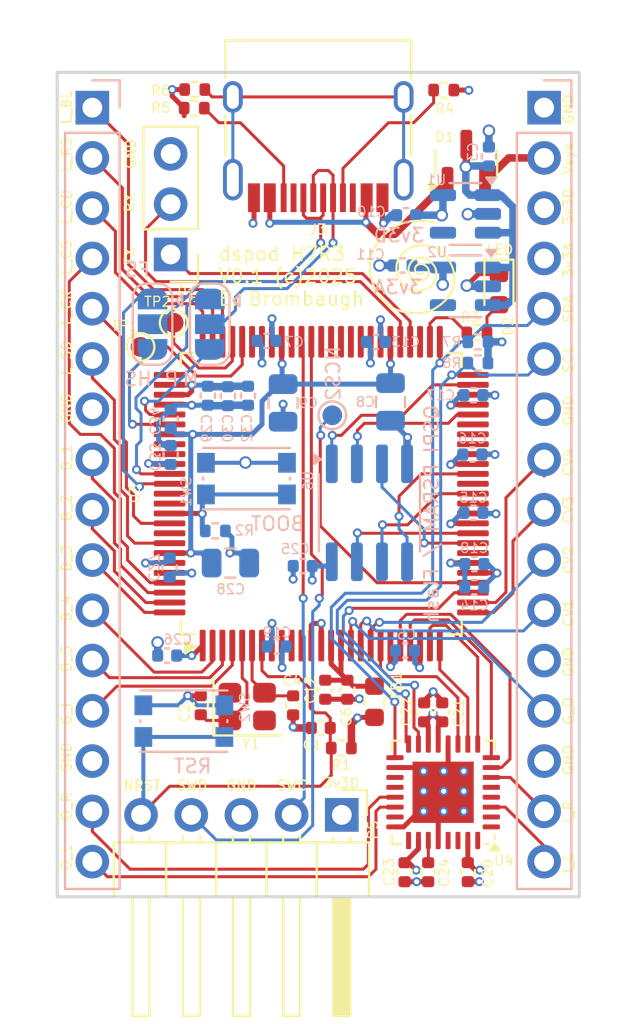
<source format=kicad_pcb>
(kicad_pcb (version 20241229) (generator "pcbnew") (generator_version "9.0")
  (layers (0 "F.Cu" signal) (4 "In1.Cu" signal) (6 "In2.Cu" signal) (2 "B.Cu" signal) (13 "F.Paste" user) (15 "B.Paste" user) (5 "F.SilkS" user "F.Silkscreen") (7 "B.SilkS" user "B.Silkscreen") (1 "F.Mask" user) (3 "B.Mask" user) (25 "Edge.Cuts" user))
  (net 0 "")
  (net 1 "GND")
  (net 2 "/NRST")
  (net 3 "+3.3VA")
  (net 4 "Net-(U3-PH0)")
  (net 5 "Net-(U3-PH1)")
  (net 6 "/ADC_AVDD")
  (net 7 "/VCAP")
  (net 8 "/LCD_BK")
  (net 9 "/LCD_CS")
  (net 10 "/LCD_DC")
  (net 11 "/LCD_NRST")
  (net 12 "/LCD_SDO")
  (net 13 "/LCD_SCLK")
  (net 14 "/I2C_SCL")
  (net 15 "/I2C_SDA")
  (net 16 "/I2S_MCLK")
  (net 17 "/I2S_DO")
  (net 18 "/I2S_DI")
  (net 19 "/I2S_LRCK")
  (net 20 "/I2S_SCLK")
  (net 21 "/USB_HS_DP")
  (net 22 "/USB_FS_DP")
  (net 23 "/USB_FS_DM")
  (net 24 "/USB_HS_DM")
  (net 25 "/USART1_TX")
  (net 26 "/USART1_RX")
  (net 28 "+3.3V")
  (net 29 "/SWCLK")
  (net 30 "/SWDIO")
  (net 31 "/V4.7")
  (net 32 "Net-(U4-VREF)")
  (net 33 "/Vbus")
  (net 34 "/Vsys")
  (net 35 "Net-(J3-CC2)")
  (net 36 "Net-(J3-SHIELD)")
  (net 38 "/BOOT0")
  (net 40 "Net-(J3-CC1)")
  (net 42 "/gate_in")
  (net 43 "/in_r")
  (net 44 "/in_l")
  (net 45 "/cv1")
  (net 46 "/cv2")
  (net 47 "/cv4")
  (net 48 "/cv3")
  (net 49 "/gate_out")
  (net 50 "/btn4")
  (net 51 "/out_r")
  (net 52 "/btn1")
  (net 53 "/out_l")
  (net 54 "/btn2")
  (net 55 "/btn3")
  (net 56 "/btn5")
  (net 63 "Net-(D2-A)")
  (net 64 "/CODEC_GPIO1")
  (net 80 "/LED")
  (net 81 "Net-(U3-PC11)")
  (net 83 "Net-(U3-PC12)")
  (net 84 "/XSPI_IO0")
  (net 85 "/XSPI_IO3")
  (net 91 "/XSPI_NCS1")
  (net 94 "/XSPI_IO2")
  (net 96 "/XSPI_IO1")
  (net 97 "/XSPI_CLK")
  (net 103 "/DP")
  (net 104 "/DM")
  (net 105 "/XSPI_NCS2")
  (footprint "Connector_PinHeader_2.54mm:PinHeader_1x03_P2.54mm_Vertical" (layer "F.Cu") (at 145.4404 85.3948 180)
    (property "Reference" "P1")
    (property "Value" "CONN_01X03")
  )
  (footprint "Capacitor_SMD:C_0402_1005Metric" (layer "F.Cu") (at 146.9644 108.176 90)
    (property "Reference" "C2")
    (property "Value" "12pf")
  )
  (footprint "Package_DFN_QFN:QFN-32-1EP_5x5mm_P0.5mm_EP3.1x3.1mm" (layer "F.Cu") (at 159.2286 112.5737 180)
    (property "Reference" "U4")
    (property "Value" "NAU88C22")
  )
  (footprint "Resistor_SMD:R_0402_1005Metric" (layer "F.Cu") (at 159.258 77.089 180)
    (property "Reference" "R4")
    (property "Value" "5k1")
  )
  (footprint "Capacitor_SMD:C_0402_1005Metric" (layer "F.Cu") (at 151.638 108.1812 -90)
    (property "Reference" "C4")
    (property "Value" "12pf")
  )
  (footprint "Resistor_SMD:R_0402_1005Metric" (layer "F.Cu") (at 160.9364 89.3572 180)
    (property "Reference" "R3")
    (property "Value" "1k")
  )
  (footprint "LED_SMD:LED_0603_1608Metric" (layer "F.Cu") (at 162.052 87.1475 -90)
    (property "Reference" "D2")
    (property "Value" "LED Green")
  )
  (footprint "Crystal:Crystal_SMD_2520-4Pin_2.5x2.0mm" (layer "F.Cu") (at 149.3126 108.2436)
    (property "Reference" "Y1")
    (property "Value" "ABM10-167-12.000MHZ-T3")
  )
  (footprint "TestPoint:TestPoint_Pad_D1.0mm" (layer "F.Cu") (at 145.5928 88.8492)
    (property "Reference" "TP2")
    (property "Value" "Diag1")
  )
  (footprint "Capacitor_SMD:C_0402_1005Metric" (layer "F.Cu") (at 153.0376 109.3216 180)
    (property "Reference" "C1")
    (property "Value" "0.1uf")
  )
  (footprint "TestPoint:TestPoint_Pad_D1.0mm" (layer "F.Cu") (at 143.9164 90.0684)
    (property "Reference" "TP1")
    (property "Value" "Diag0")
  )
  (footprint "Connector_PinHeader_2.54mm:PinHeader_1x05_P2.54mm_Horizontal" (layer "F.Cu") (at 154.1018 113.7158 -90)
    (property "Reference" "P5")
    (property "Value" "CONN_01X06")
  )
  (footprint "Package_QFP:LQFP-100_14x14mm_P0.5mm" (layer "F.Cu") (at 153.0604 97.4852 90)
    (property "Reference" "U3")
    (property "Value" "STM32H7R3V8Tx")
  )
  (footprint "Capacitor_SMD:C_0402_1005Metric" (layer "F.Cu") (at 154.3812 107.3912 -90)
    (property "Reference" "C6")
    (property "Value" "1uf")
  )
  (footprint "Capacitor_SMD:C_0402_1005Metric" (layer "F.Cu") (at 153.2636 107.3912 -90)
    (property "Reference" "C12")
    (property "Value" "0.1uf")
  )
  (footprint "Inductor_SMD:L_0603_1608Metric" (layer "F.Cu") (at 155.7528 108.0008 90)
    (property "Reference" "FB1")
    (property "Value" "1k")
  )
  (footprint "Capacitor_SMD:C_0402_1005Metric" (layer "F.Cu") (at 160.4772 116.6088 -90)
    (property "Reference" "C20")
    (property "Value" "4.7uf")
  )
  (footprint "Resistor_SMD:R_0402_1005Metric" (layer "F.Cu") (at 146.6342 78.0034)
    (property "Reference" "R5")
    (property "Value" "5k1")
  )
  (footprint "Capacitor_SMD:C_0402_1005Metric" (layer "F.Cu") (at 158.4706 116.6114 -90)
    (property "Reference" "C24")
    (property "Value" "4.7uf")
  )
  (footprint "Resistor_SMD:R_0402_1005Metric" (layer "F.Cu") (at 146.6596 77.0636)
    (property "Reference" "R6")
    (property "Value" "1M")
  )
  (footprint "Capacitor_SMD:C_0402_1005Metric" (layer "F.Cu") (at 159.1818 108.5342 90)
    (property "Reference" "C21")
    (property "Value" "4.7uf")
  )
  (footprint "Connector_USB:USB_C_Receptacle_HRO_TYPE-C-31-M-12" (layer "F.Cu") (at 152.908 78.486 180)
    (property "Reference" "J3")
    (property "Value" "USB_C_Receptacle_USB2.0")
  )
  (footprint "Capacitor_SMD:C_0402_1005Metric" (layer "F.Cu") (at 158.2674 108.5342 90)
    (property "Reference" "C22")
    (property "Value" "4.7uf")
  )
  (footprint "Resistor_SMD:R_0402_1005Metric" (layer "F.Cu") (at 154.0764 110.3376)
    (property "Reference" "R1")
    (property "Value" "10k")
  )
  (footprint "Capacitor_SMD:C_0402_1005Metric" (layer "F.Cu") (at 157.2768 116.614 -90)
    (property "Reference" "C23")
    (property "Value" "4.7uf")
  )
  (footprint "Package_TO_SOT_SMD:SOT-23" (layer "F.Cu") (at 160.401 80.772 90)
    (property "Reference" "D1")
    (property "Value" "PMEG2005CT,215")
  )
  (footprint "EMEB:avatar_small" (layer "F.Cu") (at 158.623972 86.981557)
    (property "Reference" "A1" (hide yes))
    (property "Value" "Small Avatar / Logo" (hide yes))
  )
  (footprint "Capacitor_SMD:C_0805_2012Metric" (layer "B.Cu") (at 151.13 92.898 -90)
    (property "Reference" "C9")
    (property "Value" "2.2uf")
  )
  (footprint "Capacitor_SMD:C_0402_1005Metric" (layer "B.Cu") (at 157.1752 85.9536 180)
    (property "Reference" "C11")
    (property "Value" "4.7uf")
  )
  (footprint "Capacitor_SMD:C_0402_1005Metric" (layer "B.Cu") (at 157.3556 83.4136 180)
    (property "Reference" "C10")
    (property "Value" "4.7uf")
  )
  (footprint "Capacitor_SMD:C_0402_1005Metric" (layer "B.Cu") (at 145.3896 101.2164 90)
    (property "Reference" "C27")
    (property "Value" "0.1uf")
  )
  (footprint "Capacitor_SMD:C_0805_2012Metric" (layer "B.Cu") (at 148.463 100.9904)
    (property "Reference" "C28")
    (property "Value" "2.2uf")
  )
  (footprint "Button_Switch_SMD:SW_Push_1P1T_NO_CK_KMR2" (layer "B.Cu") (at 146.1082 108.9786)
    (property "Reference" "SW2")
    (property "Value" "SW_Push")
  )
  (footprint "Resistor_SMD:R_0402_1005Metric" (layer "B.Cu") (at 160.9852 90.8812)
    (property "Reference" "R8")
    (property "Value" "4k7")
  )
  (footprint "Capacitor_SMD:C_0402_1005Metric" (layer "B.Cu") (at 150.8024 105.2068 180)
    (property "Reference" "C19")
    (property "Value" "0.1uf")
  )
  (footprint "Capacitor_SMD:C_0402_1005Metric" (layer "B.Cu") (at 160.8048 102.21035 180)
    (property "Reference" "C14")
    (property "Value" "0.1uf")
  )
  (footprint "Connector_PinHeader_2.54mm:PinHeader_1x16_P2.54mm_Vertical" (layer "B.Cu") (at 141.478 77.978 180)
    (property "Reference" "J4" (hide yes))
    (property "Value" "Conn_01x16")
  )
  (footprint "Capacitor_SMD:C_0402_1005Metric" (layer "B.Cu") (at 148.336 92.5576 -90)
    (property "Reference" "C30")
    (property "Value" "1uf")
  )
  (footprint "TestPoint:TestPoint_Pad_D1.0mm" (layer "B.Cu") (at 153.6192 93.5228)
    (property "Reference" "TP3" (hide yes))
    (property "Value" "XSPI_NCS2" (hide yes))
  )
  (footprint "Capacitor_SMD:C_0402_1005Metric" (layer "B.Cu") (at 160.7084 95.504 180)
    (property "Reference" "C16")
    (property "Value" "0.1uf")
  )
  (footprint "Capacitor_SMD:C_0805_2012Metric" (layer "B.Cu") (at 156.5656 92.8472 -90)
    (property "Reference" "C8")
    (property "Value" "2.2uf")
  )
  (footprint "Capacitor_SMD:C_0402_1005Metric" (layer "B.Cu") (at 145.4404 93.7032 90)
    (property "Reference" "C34")
    (property "Value" "0.1uf")
  )
  (footprint "Capacitor_SMD:C_0402_1005Metric" (layer "B.Cu") (at 160.81 101.0412 180)
    (property "Reference" "C18")
    (property "Value" "1uf")
  )
  (footprint "Button_Switch_SMD:SW_Push_1P1T_NO_CK_KMR2" (layer "B.Cu") (at 149.2758 96.7232 180)
    (property "Reference" "SW1")
    (property "Value" "SW_Push")
  )
  (footprint "Jumper:SolderJumper-3_P1.3mm_Open_RoundedPad1.0x1.5mm" (layer "B.Cu") (at 144.526 88.9208 -90)
    (property "Reference" "JP1" (hide yes))
    (property "Value" "Jumper_3_Open")
  )
  (footprint "Package_TO_SOT_SMD:SOT-23-5" (layer "B.Cu") (at 160.3557 87.0052 180)
    (property "Reference" "U2")
    (property "Value" "XC6222B331MR-G")
  )
  (footprint "Capacitor_SMD:C_0402_1005Metric" (layer "B.Cu") (at 145.2652 105.664 180)
    (property "Reference" "C26")
    (property "Value" "0.1uf")
  )
  (footprint "Resistor_SMD:R_0402_1005Metric" (layer "B.Cu") (at 160.9872 89.8144)
    (property "Reference" "R7")
    (property "Value" "4k7")
  )
  (footprint "Capacitor_SMD:C_0402_1005Metric" (layer "B.Cu") (at 145.4404 95.5268 90)
    (property "Reference" "C33")
    (property "Value" "0.1uf")
  )
  (footprint "Connector_PinHeader_2.54mm:PinHeader_1x16_P2.54mm_Vertical" (layer "B.Cu") (at 164.338 77.978 180)
    (property "Reference" "J5" (hide yes))
    (property "Value" "Conn_01x16")
  )
  (footprint "Capacitor_SMD:C_0402_1005Metric" (layer "B.Cu") (at 160.7592 92.5068 180)
    (property "Reference" "C17")
    (property "Value" "0.1uf")
  )
  (footprint "Capacitor_SMD:C_0402_1005Metric" (layer "B.Cu") (at 157.3048 105.41 180)
    (property "Reference" "C5")
    (property "Value" "0.1uf")
  )
  (footprint "Capacitor_SMD:C_0402_1005Metric" (layer "B.Cu") (at 152.1232 101.1428 180)
    (property "Reference" "C25")
    (property "Value" "0.1uf")
  )
  (footprint "Package_TO_SOT_SMD:SOT-23-5" (layer "B.Cu") (at 160.3557 83.3476 180)
    (property "Reference" "U1")
    (property "Value" "XC6222B331MR-G")
  )
  (footprint "Capacitor_SMD:C_0402_1005Metric" (layer "B.Cu") (at 161.544 80.4444 90)
    (property "Reference" "C3")
    (property "Value" "4.7uf")
  )
  (footprint "Capacitor_SMD:C_0402_1005Metric" (layer "B.Cu") (at 155.8264 89.8144)
    (property "Reference" "C13")
    (property "Value" "0.1uf")
  )
  (footprint "Capacitor_SMD:C_0402_1005Metric" (layer "B.Cu") (at 150.2892 89.7636)
    (property "Reference" "C7")
    (property "Value" "0.1uf")
  )
  (footprint "Capacitor_SMD:C_0402_1005Metric" (layer "B.Cu") (at 149.352 92.5348 -90)
    (property "Reference" "C32")
    (property "Value" "4.7uf")
  )
  (footprint "Package_SO:SOIC-8_3.9x4.9mm_P1.27mm" (layer "B.Cu") (at 155.4988 98.4504 -90)
    (property "Reference" "U6")
    (property "Value" "APS6404L-3SQR-SN")
  )
  (footprint "Capacitor_SMD:C_0402_1005Metric" (layer "B.Cu") (at 160.7592 98.4504 180)
    (property "Reference" "C15")
    (property "Value" "0.1uf")
  )
  (footprint "Resistor_SMD:R_0402_1005Metric" (layer "B.Cu") (at 147.701 99.3648)
    (property "Reference" "R2")
    (property "Value" "10k")
  )
  (footprint "Capacitor_SMD:C_0402_1005Metric" (layer "B.Cu") (at 147.32 92.5348 -90)
    (property "Reference" "C29")
    (property "Value" "0.1uf")
  )
  (footprint "Jumper:SolderJumper-3_P1.3mm_Open_RoundedPad1.0x1.5mm" (layer "B.Cu") (at 147.4216 88.9208 -90)
    (property "Reference" "JP2" (hide yes))
    (property "Value" "Jumper_3_Open")
  )
  (gr_rect (start 139.7 76.2) (end 166.116 117.856) (stroke (width 0.15)) (fill no) (layer "Edge.Cuts"))
  (gr_text "3v3A" (at 165.862 86.614 90) (layer "F.SilkS") (effects (font (size 0.5 0.5) (thickness 0.08)) (justify left bottom)))
  (gr_text "I_L" (at 165.862 116.713 90) (layer "F.SilkS") (effects (font (size 0.5 0.5) (thickness 0.08)) (justify left bottom)))
  (gr_text "L_CS" (at 140.462 86.487 90) (layer "F.SilkS") (effects (font (size 0.5 0.5) (thickness 0.08)) (justify left bottom)))
  (gr_text "B_5" (at 140.462 106.553 90) (layer "F.SilkS") (effects (font (size 0.5 0.5) (thickness 0.08)) (justify left bottom)))
  (gr_text "B_3" (at 140.462 101.473 90) (layer "F.SilkS") (effects (font (size 0.5 0.5) (thickness 0.08)) (justify left bottom)))
  (gr_text "GND" (at 140.462 93.98 90) (layer "F.SilkS") (effects (font (size 0.5 0.5) (thickness 0.08)) (justify left bottom)))
  (gr_text "GND" (at 140.462 111.633 90) (layer "F.SilkS") (effects (font (size 0.5 0.5) (thickness 0.08)) (justify left bottom)))
  (gr_text "CV2" (at 165.862 101.6 90) (layer "F.SilkS") (effects (font (size 0.5 0.5) (thickness 0.08)) (justify left bottom)))
  (gr_text "B_2" (at 140.462 98.933 90) (layer "F.SilkS") (effects (font (size 0.5 0.5) (thickness 0.08)) (justify left bottom)))
  (gr_text "TX" (at 143.6624 85.9536 90) (layer "F.SilkS") (effects (font (size 0.5 0.5) (thickness 0.08)) (justify left bottom)))
  (gr_text "I_R" (at 165.862 114.173 90) (layer "F.SilkS") (effects (font (size 0.5 0.5) (thickness 0.08)) (justify left bottom)))
  (gr_text "CV1" (at 165.862 104.267 90) (layer "F.SilkS") (effects (font (size 0.5 0.5) (thickness 0.08)) (justify left bottom)))
  (gr_text "SWC" (at 150.749 112.522 0) (layer "F.SilkS") (effects (font (size 0.5 0.5) (thickness 0.08)) (justify left bottom)))
  (gr_text "B_4" (at 140.462 104.013 90) (layer "F.SilkS") (effects (font (size 0.5 0.5) (thickness 0.08)) (justify left bottom)))
  (gr_text "G_I" (at 140.462 109.22 90) (layer "F.SilkS") (effects (font (size 0.5 0.5) (thickness 0.08)) (justify left bottom)))
  (gr_text "G_O" (at 165.862 109.22 90) (layer "F.SilkS") (effects (font (size 0.5 0.5) (thickness 0.08)) (justify left bottom)))
  (gr_text "CV4" (at 165.862 96.647 90) (layer "F.SilkS") (effects (font (size 0.5 0.5) (thickness 0.08)) (justify left bottom)))
  (gr_text "SWD" (at 145.6944 112.522 0) (layer "F.SilkS") (effects (font (size 0.5 0.5) (thickness 0.08)) (justify left bottom)))
  (gr_text "LED" (at 161.3662 85.4456 0) (layer "F.SilkS") (effects (font (size 0.5 0.5) (thickness 0.08)) (justify left bottom)))
  (gr_text "O_L" (at 140.462 116.586 90) (layer "F.SilkS") (effects (font (size 0.5 0.5) (thickness 0.08)) (justify left bottom)))
  (gr_text "L_CK" (at 140.462 89.027 90) (layer "F.SilkS") (effects (font (size 0.5 0.5) (thickness 0.08)) (justify left bottom)))
  (gr_text "3v3D" (at 165.862 83.947 90) (layer "F.SilkS") (effects (font (size 0.5 0.5) (thickness 0.08)) (justify left bottom)))
  (gr_text "3v3D" (at 153.1112 112.395 0) (layer "F.SilkS") (effects (font (size 0.5 0.5) (thickness 0.08)) (justify left bottom)))
  (gr_text "L_RS" (at 140.462 81.28 90) (layer "F.SilkS") (effects (font (size 0.5 0.5) (thickness 0.08)) (justify left bottom)))
  (gr_text "dspod H7R3\nV0.1 (c)2025\nE. Brombaugh" (at 147.8026 88.0364 0) (layer "F.SilkS") (effects (font (size 0.7 0.7) (thickness 0.1)) (justify left bottom)))
  (gr_text "SDA" (at 165.862 88.9 90) (layer "F.SilkS") (effects (font (size 0.5 0.5) (thickness 0.08)) (justify left bottom)))
  (gr_text "SCL" (at 165.862 91.44 90) (layer "F.SilkS") (effects (font (size 0.5 0.5) (thickness 0.08)) (justify left bottom)))
  (gr_text "Vsys" (at 165.862 81.407 90) (layer "F.SilkS") (effects (font (size 0.5 0.5) (thickness 0.08)) (justify left bottom)))
  (gr_text "GND" (at 165.862 94.107 90) (layer "F.SilkS") (effects (font (size 0.5 0.5) (thickness 0.08)) (justify left bottom)))
  (gr_text "GND" (at 148.209 112.522 0) (layer "F.SilkS") (effects (font (size 0.5 0.5) (thickness 0.08)) (justify left bottom)))
  (gr_text "L_CD" (at 140.462 83.947 90) (layer "F.SilkS") (effects (font (size 0.5 0.5) (thickness 0.08)) (justify left bottom)))
  (gr_text "RX" (at 143.6624 83.312 90) (layer "F.SilkS") (effects (font (size 0.5 0.5) (thickness 0.08)) (justify left bottom)))
  (gr_text "B_1" (at 140.462 96.393 90) (layer "F.SilkS") (effects (font (size 0.5 0.5) (thickness 0.08)) (justify left bottom)))
  (gr_text "NRST" (at 143.002 112.522 0) (layer "F.SilkS") (effects (font (size 0.5 0.5) (thickness 0.08)) (justify left bottom)))
  (gr_text "GND" (at 165.862 106.807 90) (layer "F.SilkS") (effects (font (size 0.5 0.5) (thickness 0.08)) (justify left bottom)))
  (gr_text "GND" (at 143.7132 81.1276 90) (layer "F.SilkS") (effects (font (size 0.5 0.5) (thickness 0.08)) (justify left bottom)))
  (gr_text "L_SD" (at 140.462 91.567 90) (layer "F.SilkS") (effects (font (size 0.5 0.5) (thickness 0.08)) (justify left bottom)))
  (gr_text "CV3" (at 165.862 99.06 90) (layer "F.SilkS") (effects (font (size 0.5 0.5) (thickness 0.08)) (justify left bottom)))
  (gr_text "GND" (at 165.862 78.867 90) (layer "F.SilkS") (effects (font (size 0.5 0.5) (thickness 0.08)) (justify left bottom)))
  (gr_text "O_R" (at 140.462 114.046 90) (layer "F.SilkS") (effects (font (size 0.5 0.5) (thickness 0.08)) (justify left bottom)))
  (gr_text "GND" (at 165.862 111.76 90) (layer "F.SilkS") (effects (font (size 0.5 0.5) (thickness 0.08)) (justify left bottom)))
  (gr_text "L_BL" (at 140.462 78.867 90) (layer "F.SilkS") (effects (font (size 0.5 0.5) (thickness 0.08)) (justify left bottom)))
  (gr_text "FS" (at 144.4498 86.5886 0) (layer "B.SilkS") (effects (font (size 0.7 0.7) (thickness 0.1)) (justify left bottom mirror)))
  (gr_text "HS" (at 144.5514 92.1004 0) (layer "B.SilkS") (effects (font (size 0.7 0.7) (thickness 0.1)) (justify left bottom mirror)))
  (gr_text "BOOT" (at 152.273 99.4156 0) (layer "B.SilkS") (effects (font (size 0.7 0.7) (thickness 0.1)) (justify left bottom mirror)))
  (gr_text "RST" (at 147.574 111.6584 0) (layer "B.SilkS") (effects (font (size 0.7 0.7) (thickness 0.1)) (justify left bottom mirror)))
  (gr_text "3v3A" (at 158.242 87.4522 0) (layer "B.SilkS") (effects (font (size 0.7 0.7) (thickness 0.1)) (justify left bottom mirror)))
  (gr_text "M" (at 146.9136 92.075 0) (layer "B.SilkS") (effects (font (size 0.7 0.7) (thickness 0.1)) (justify left bottom mirror)))
  (gr_text "NCS2" (at 154.0764 89.9668 90) (layer "B.SilkS") (effects (font (size 0.7 0.7) (thickness 0.1)) (justify left bottom mirror)))
  (gr_text "QSPI PSRAM / Flash" (at 159.0548 92.9386 90) (layer "B.SilkS") (effects (font (size 0.7 0.7) (thickness 0.1)) (justify left bottom mirror)))
  (gr_text "3v3D" (at 158.3436 84.836 0) (layer "B.SilkS") (effects (font (size 0.7 0.7) (thickness 0.1)) (justify left bottom mirror)))
  (gr_text "P" (at 145.8976 92.1004 0) (layer "B.SilkS") (effects (font (size 0.7 0.7) (thickness 0.1)) (justify left bottom mirror)))
  (segment (start 156.5604 105.1602) (end 156.5604 106.2176) (width 0.254) (layer "F.Cu") (net 1))
  (segment (start 151.638 108.6612) (end 151.638 109.2708) (width 0.254) (layer "F.Cu") (net 1))
  (segment (start 156.7911 114.3237) (end 157.228599 114.3237) (width 0.254) (layer "F.Cu") (net 1))
  (segment (start 159.1818 108.0542) (end 159.1818 107.95) (width 0.254) (layer "F.Cu") (net 1))
  (segment (start 145.3854 100.9852) (end 144.1756 100.9852) (width 0.254) (layer "F.Cu") (net 1))
  (segment (start 160.7354 95.9852) (end 159.6404 95.9852) (width 0.254) (layer "F.Cu") (net 1))
  (segment (start 158.9786 115.0112) (end 158.9786 113.8174) (width 0.254) (layer "F.Cu") (net 1))
  (segment (start 159.768 77.089) (end 160.517 77.089) (width 0.254) (layer "F.Cu") (net 1))
  (segment (start 145.5166 77.0636) (end 146.1496 77.0636) (width 0.254) (layer "F.Cu") (net 1))
  (segment (start 158.014299 113.538) (end 158.242 113.538) (width 0.254) (layer "F.Cu") (net 1))
  (segment (start 152.5604 104.132) (end 152.654 104.0384) (width 0.254) (layer "F.Cu") (net 1))
  (segment (start 144.1756 100.9852) (end 144.1704 100.9904) (width 0.254) (layer "F.Cu") (net 1))
  (segment (start 159.6188 100.9852) (end 159.6136 100.9904) (width 0.254) (layer "F.Cu") (net 1))
  (segment (start 156.5604 106.2176) (end 156.5656 106.2228) (width 0.254) (layer "F.Cu") (net 1))
  (segment (start 150.5604 104.0492) (end 150.5712 104.0384) (width 0.254) (layer "F.Cu") (net 1))
  (segment (start 160.4772 117.0888) (end 161.0562 117.0888) (width 0.254) (layer "F.Cu") (net 1))
  (segment (start 158.0597 111.3237) (end 158.242 111.506) (width 0.254) (layer "F.Cu") (net 1))
  (segment (start 146.9644 107.696) (end 146.304 107.696) (width 0.254) (layer "F.Cu") (net 1))
  (segment (start 146.4776 92.9852) (end 146.5072 93.0148) (width 0.254) (layer "F.Cu") (net 1))
  (segment (start 157.8864 117.094) (end 157.889 117.0914) (width 0.254) (layer "F.Cu") (net 1))
  (segment (start 145.5166 77.3958) (end 146.1242 78.0034) (width 0.254) (layer "F.Cu") (net 1))
  (segment (start 154.968 107.8712) (end 154.9908 107.8484) (width 0.254) (layer "F.Cu") (net 1))
  (segment (start 153.0604 105.1602) (end 153.0604 104.0384) (width 0.254) (layer "F.Cu") (net 1))
  (segment (start 158.9786 113.8174) (end 159.258 113.538) (width 0.254) (layer "F.Cu") (net 1))
  (segment (start 152.5604 105.1602) (end 152.5604 104.132) (width 0.254) (layer "F.Cu") (net 1))
  (segment (start 158.4706 117.0914) (end 157.889 117.0914) (width 0.254) (layer "F.Cu") (net 1))
  (segment (start 159.4786 111.2854) (end 159.258 111.506) (width 0.254) (layer "F.Cu") (net 1))
  (segment (start 160.517 77.089) (end 160.528 77.1) (width 0.254) (layer "F.Cu") (net 1))
  (segment (start 150.5604 105.1602) (end 150.5604 104.0492) (width 0.254) (layer "F.Cu") (net 1))
  (segment (start 156.158 82.531) (end 156.158 83.768) (width 0.254) (layer "F.Cu") (net 1))
  (segment (start 149.658 82.531) (end 149.658 83.768) (width 0.254) (layer "F.Cu") (net 1))
  (segment (start 146.1242 78.0034) (end 146.1242 78.3824) (width 0.254) (layer "F.Cu") (net 1))
  (segment (start 162.052 86.36) (end 161.036 86.36) (width 0.254) (layer "F.Cu") (net 1))
  (segment (start 156.0604 89.8102) (end 156.0604 88.6996) (width 0.254) (layer "F.Cu") (net 1))
  (segment (start 149.658 83.768) (end 149.606 83.82) (width 0.254) (layer "F.Cu") (net 1))
  (segment (start 156.158 83.768) (end 156.21 83.82) (width 0.254) (layer "F.Cu") (net 1))
  (segment (start 156.0604 88.6996) (end 156.0576 88.6968) (width 0.254) (layer "F.Cu") (net 1))
  (segment (start 161.0614 117.094) (end 161.0562 117.0888) (width 0.254) (layer "F.Cu") (net 1))
  (segment (start 160.7354 92.9852) (end 159.6432 92.9852) (width 0.254) (layer "F.Cu") (net 1))
  (segment (start 158.2674 107.95) (end 158.7246 107.4928) (width 0.254) (layer "F.Cu") (net 1))
  (segment (start 141.8966 111.4166) (end 141.478 110.998) (width 0.381) (layer "F.Cu") (net 1))
  (segment (start 159.6432 92.9852) (end 159.6136 93.0148) (width 0.254) (layer "F.Cu") (net 1))
  (segment (start 156.7911 111.3237) (end 158.0597 111.3237) (width 0.254) (layer "F.Cu") (net 1))
  (segment (start 154.3812 107.8712) (end 154.968 107.8712) (width 0.254) (layer "F.Cu") (net 1))
  (segment (start 152.5576 109.3216) (end 151.6888 109.3216) (width 0.381) (layer "F.Cu") (net 1))
  (segment (start 159.6404 95.9852) (end 159.6136 96.012) (width 0.254) (layer "F.Cu") (net 1))
  (segment (start 153.0604 104.0384) (end 152.654 104.0384) (width 0.254) (layer "F.Cu") (net 1))
  (segment (start 154.3812 107.8712) (end 153.2636 107.8712) (width 0.254) (layer "F.Cu") (net 1))
  (segment (start 145.3854 92.9852) (end 146.4776 92.9852) (width 0.254) (layer "F.Cu") (net 1))
  (segment (start 157.228599 114.3237) (end 158.014299 113.538) (width 0.254) (layer "F.Cu") (net 1))
  (segment (start 145.5166 77.0636) (end 145.5166 77.3958) (width 0.254) (layer "F.Cu") (net 1))
  (segment (start 157.2768 117.094) (end 157.8864 117.094) (width 0.254) (layer "F.Cu") (net 1))
  (segment (start 159.1818 107.95) (end 158.7246 107.4928) (width 0.254) (layer "F.Cu") (net 1))
  (segment (start 161.036 86.36) (end 160.4264 86.9696) (width 0.254) (layer "F.Cu") (net 1))
  (segment (start 158.2674 108.0542) (end 158.2674 107.95) (width 0.254) (layer "F.Cu") (net 1))
  (segment (start 150.5604 89.8102) (end 150.5604 88.6568) (width 0.254) (layer "F.Cu") (net 1))
  (segment (start 159.4786 110.1362) (end 159.4786 111.2854) (width 0.254) (layer "F.Cu") (net 1))
  (segment (start 160.7354 98.9852) (end 159.6376 98.9852) (width 0.254) (layer "F.Cu") (net 1))
  (segment (start 151.6888 109.3216) (end 151.638 109.2708) (width 0.381) (layer "F.Cu") (net 1))
  (segment (start 160.7354 100.9852) (end 159.6188 100.9852) (width 0.254) (layer "F.Cu") (net 1))
  (segment (start 141.5034 93.1926) (end 141.478 93.218) (width 0.381) (layer "F.Cu") (net 1))
  (segment (start 150.5604 88.6568) (end 150.5712 88.646) (width 0.254) (layer "F.Cu") (net 1))
  (segment (start 159.6376 98.9852) (end 159.6136 99.0092) (width 0.254) (layer "F.Cu") (net 1))
  (via (at 159.258 113.538) (size 0.4572) (drill 0.254) (layers "F.Cu" "B.Cu") (net 1))
  (via (at 160.4772 83.3628) (size 0.635) (drill 0.4318) (layers "F.Cu" "B.Cu") (net 1))
  (via (at 154.9908 107.8484) (size 0.4572) (drill 0.254) (layers "F.Cu" "B.Cu") (net 1))
  (via (at 151.638 109.2708) (size 0.4572) (drill 0.254) (layers "F.Cu" "B.Cu") (net 1))
  (via (at 153.0604 104.0384) (size 0.4572) (drill 0.254) (layers "F.Cu" "B.Cu") (net 1))
  (via (at 160.274 111.506) (size 0.4572) (drill 0.254) (layers "F.Cu" "B.Cu") (net 1))
  (via (at 146.304 107.696) (size 0.4572) (drill 0.254) (layers "F.Cu" "B.Cu") (net 1))
  (via (at 151.13 92.964) (size 0.4572) (drill 0.254) (layers "F.Cu" "B.Cu") (net 1))
  (via (at 150.5712 104.0384) (size 0.4572) (drill 0.254) (layers "F.Cu" "B.Cu") (net 1))
  (via (at 159.258 112.522) (size 0.4572) (drill 0.254) (layers "F.Cu" "B.Cu") (net 1))
  (via (at 158.7246 107.4928) (size 0.4572) (drill 0.254) (layers "F.Cu" "B.Cu") (net 1))
  (via (at 144.78 105.0036) (size 0.635) (drill 0.4318) (layers "F.Cu" "B.Cu") (net 1))
  (via (at 149.606 83.82) (size 0.4572) (drill 0.254) (layers "F.Cu" "B.Cu") (net 1))
  (via (at 145.5166 77.0636) (size 0.4572) (drill 0.254) (layers "F.Cu" "B.Cu") (net 1))
  (via (at 148.4376 100.4824) (size 0.4572) (drill 0.254) (layers "F.Cu" "B.Cu") (net 1))
  (via (at 146.5072 93.0148) (size 0.4572) (drill 0.254) (layers "F.Cu" "B.Cu") (net 1))
  (via (at 156.0068 85.9536) (size 0.635) (drill 0.4318) (layers "F.Cu" "B.Cu") (net 1))
  (via (at 151.638 101.8032) (size 0.4572) (drill 0.254) (layers "F.Cu" "B.Cu") (net 1))
  (via (at 158.242 113.538) (size 0.4572) (drill 0.254) (layers "F.Cu" "B.Cu") (net 1))
  (via (at 159.6136 99.0092) (size 0.4572) (drill 0.254) (layers "F.Cu" "B.Cu") (net 1))
  (via (at 157.889 117.0914) (size 0.4572) (drill 0.254) (layers "F.Cu" "B.Cu") (net 1))
  (via (at 156.5656 106.2228) (size 0.4572) (drill 0.254) (layers "F.Cu" "B.Cu") (net 1))
  (via (at 157.4292 94.6404) (size 0.4572) (drill 0.254) (layers "F.Cu" "B.Cu") (net 1))
  (via (at 160.4264 86.9696) (size 0.635) (drill 0.4318) (layers "F.Cu" "B.Cu") (net 1))
  (via (at 156.0576 88.6968) (size 0.4572) (drill 0.254) (layers "F.Cu" "B.Cu") (net 1))
  (via (at 144.1704 100.9904) (size 0.4572) (drill 0.254) (layers "F.Cu" "B.Cu") (net 1))
  (via (at 159.258 111.506) (size 0.4572) (drill 0.254) (layers "F.Cu" "B.Cu") (net 1))
  (via (at 150.5712 88.646) (size 0.4572) (drill 0.254) (layers "F.Cu" "B.Cu") (net 1))
  (via (at 160.274 112.522) (size 0.4572) (drill 0.254) (layers "F.Cu" "B.Cu") (net 1))
  (via (at 158.242 112.522) (size 0.4572) (drill 0.254) (layers "F.Cu" "B.Cu") (net 1))
  (via (at 156.21 83.82) (size 0.4572) (drill 0.254) (layers "F.Cu" "B.Cu") (net 1))
  (via (at 158.242 111.506) (size 0.4572) (drill 0.254) (layers "F.Cu" "B.Cu") (net 1))
  (via (at 159.6136 96.012) (size 0.4572) (drill 0.254) (layers "F.Cu" "B.Cu") (net 1))
  (via (at 159.6136 93.0148) (size 0.4572) (drill 0.254) (layers "F.Cu" "B.Cu") (net 1))
  (via (at 159.6136 100.9904) (size 0.4572) (drill 0.254) (layers "F.Cu" "B.Cu") (net 1))
  (via (at 161.544 79.1464) (size 0.635) (drill 0.4318) (layers "F.Cu" "B.Cu") (net 1))
  (via (at 160.274 113.538) (size 0.4572) (drill 0.254) (layers "F.Cu" "B.Cu") (net 1))
  (via (at 160.528 77.1) (size 0.4572) (drill 0.254) (layers "F.Cu" "B.Cu") (net 1))
  (via (at 161.0562 117.0888) (size 0.4572) (drill 0.254) (layers "F.Cu" "B.Cu") (net 1))
  (segment (start 160.3248 101.0464) (end 160.33 101.0412) (width 0.254) (layer "B.Cu") (net 1))
  (segment (start 151.13 93.848) (end 151.13 92.964) (width 0.254) (layer "B.Cu") (net 1))
  (segment (start 150.5712 104.0384) (end 150.5712 104.958) (width 0.254) (layer "B.Cu") (net 1))
  (segment (start 145.1356 100.9904) (end 145.3896 100.7364) (width 0.254) (layer "B.Cu") (net 1))
  (segment (start 160.3248 102.21035) (end 160.3248 101.0464) (width 0.254) (layer "B.Cu") (net 1))
  (segment (start 160.1724 98.4504) (end 159.6136 99.0092) (width 0.254) (layer "B.Cu") (net 1))
  (segment (start 144.7852 105.664) (end 144.7852 105.0088) (width 0.381) (layer "B.Cu") (net 1))
  (segment (start 148.5412 99.695) (end 148.5412 100.3788) (width 0.254) (layer "B.Cu") (net 1))
  (segment (start 144.7852 105.0088) (end 144.78 105.0036) (width 0.381) (layer "B.Cu") (net 1))
  (segment (start 144.8308 94.7928) (end 144.8308 93.8328) (width 0.254) (layer "B.Cu") (net 1))
  (segment (start 160.2792 98.4504) (end 160.1724 98.4504) (width 0.254) (layer "B.Cu") (net 1))
  (segment (start 151.6432 101.798) (end 151.638 101.8032) (width 0.254) (layer "B.Cu") (net 1))
  (segment (start 160.4924 83.3476) (end 160.4772 83.3628) (width 0.381) (layer "B.Cu") (net 1))
  (segment (start 151.6432 101.1428) (end 151.6432 101.798) (width 0.254) (layer "B.Cu") (net 1))
  (segment (start 161.544 79.9644) (end 161.544 79.1464) (width 0.381) (layer "B.Cu") (net 1))
  (segment (start 148.336 93.0376) (end 147.3428 93.0376) (width 0.381) (layer "B.Cu") (net 1))
  (segment (start 160.1216 95.504) (end 159.6136 96.012) (width 0.254) (layer "B.Cu") (net 1))
  (segment (start 157.4038 94.6658) (end 157.4292 94.6404) (width 0.381) (layer "B.Cu") (net 1))
  (segment (start 161.4932 87.0052) (end 160.462 87.0052) (width 0.381) (layer "B.Cu") (net 1))
  (segment (start 156.8248 105.9636) (end 156.5656 106.2228) (width 0.254) (layer "B.Cu") (net 1))
  (segment (start 160.1216 92.5068) (end 159.6136 93.0148) (width 0.254) (layer "B.Cu") (net 1))
  (segment (start 147.3428 93.0376) (end 147.32 93.0148) (width 0.381) (layer "B.Cu") (net 1))
  (segment (start 146.5072 93.0148) (end 147.32 93.0148) (width 0.254) (layer "B.Cu") (net 1))
  (segment (start 161.4932 83.3476) (end 160.4924 83.3476) (width 0.381) (layer "B.Cu") (net 1))
  (segment (start 148.3588 93.0148) (end 148.336 93.0376) (width 0.381) (layer "B.Cu") (net 1))
  (segment (start 148.1582 108.1786) (end 146.7866 108.1786) (width 0.2032) (layer "B.Cu") (net 1))
  (segment (start 160.2284 95.504) (end 160.1216 95.504) (width 0.254) (layer "B.Cu") (net 1))
  (segment (start 150.5712 89.5656) (end 150.7692 89.7636) (width 0.254) (layer "B.Cu") (net 1))
  (segment (start 146.7866 108.1786) (end 146.304 107.696) (width 0.2032) (layer "B.Cu") (net 1))
  (segment (start 150.5712 104.958) (end 150.3224 105.2068) (width 0.254) (layer "B.Cu") (net 1))
  (segment (start 160.462 87.0052) (end 160.4264 86.9696) (width 0.381) (layer "B.Cu") (net 1))
  (segment (start 150.5712 88.646) (end 150.5712 89.5656) (width 0.254) (layer "B.Cu") (net 1))
  (segment (start 156.0576 89.5656) (end 156.3064 89.8144) (width 0.254) (layer "B.Cu") (net 1))
  (segment (start 144.1704 100.9904) (end 145.1356 100.9904) (width 0.254) (layer "B.Cu") (net 1))
  (segment (start 156.6164 83.4136) (end 156.21 83.82) (width 0.381) (layer "B.Cu") (net 1))
  (segment (start 156.586 93.7972) (end 157.4292 94.6404) (width 0.254) (layer "B.Cu") (net 1))
  (segment (start 149.413 100.9904) (end 148.905 100.4824) (width 0.254) (layer "B.Cu") (net 1))
  (segment (start 146.5072 93.0148) (end 145.6488 93.0148) (width 0.254) (layer "B.Cu") (net 1))
  (segment (start 157.4038 95.9754) (end 157.4038 94.6658) (width 0.381) (layer "B.Cu") (net 1))
  (segment (start 159.6644 101.0412) (end 159.6136 100.9904) (width 0.254) (layer "B.Cu") (net 1))
  (segment (start 156.6952 85.9536) (end 156.0068 85.9536) (width 0.381) (layer "B.Cu") (net 1))
  (segment (start 148.211 99.3648) (end 148.5412 99.695) (width 0.254) (layer "B.Cu") (net 1))
  (segment (start 160.33 101.0412) (end 159.6644 101.0412) (width 0.254) (layer "B.Cu") (net 1))
  (segment (start 145.0848 95.0468) (end 144.8308 94.7928) (width 0.254) (layer "B.Cu") (net 1))
  (segment (start 156.8756 83.4136) (end 156.6164 83.4136) (width 0.381) (layer "B.Cu") (net 1))
  (segment (start 145.6488 93.0148) (end 145.4404 93.2232) (width 0.254) (layer "B.Cu") (net 1))
  (segment (start 144.8308 93.8328) (end 145.4404 93.2232) (width 0.254) (layer "B.Cu") (net 1))
  (segment (start 148.5412 100.3788) (end 148.4376 100.4824) (width 0.254) (layer "B.Cu") (net 1))
  (segment (start 148.905 100.4824) (end 148.4376 100.4824) (width 0.254) (layer "B.Cu") (net 1))
  (segment (start 149.352 93.0148) (end 148.3588 93.0148) (width 0.381) (layer "B.Cu") (net 1))
  (segment (start 156.0576 88.6968) (end 156.0576 89.5656) (width 0.254) (layer "B.Cu") (net 1))
  (segment (start 145.8214 108.1786) (end 144.0582 108.1786) (width 0.2032) (layer "B.Cu") (net 1))
  (segment (start 156.5656 93.7972) (end 156.586 93.7972) (width 0.254) (layer "B.Cu") (net 1))
  (segment (start 146.304 107.696) (end 145.8214 108.1786) (width 0.2032) (layer "B.Cu") (net 1))
  (segment (start 156.8248 105.41) (end 156.8248 105.9636) (width 0.254) (layer "B.Cu") (net 1))
  (segment (start 160.2792 92.5068) (end 160.1216 92.5068) (width 0.254) (layer "B.Cu") (net 1))
  (segment (start 145.4404 95.0468) (end 145.0848 95.0468) (width 0.254) (layer "B.Cu") (net 1))
  (segment (start 150.0604 106.4232) (end 150.368 106.7308) (width 0.1524) (layer "F.Cu") (net 2))
  (segment (start 152.5016 107.3404) (end 152.5016 108.3056) (width 0.1524) (layer "F.Cu") (net 2))
  (segment (start 153.0096 112.268) (end 153.5664 111.7112) (width 0.1524) (layer "F.Cu") (net 2))
  (segment (start 150.368 106.7308) (end 151.892 106.7308) (width 0.1524) (layer "F.Cu") (net 2))
  (segment (start 153.2636 108.5596) (end 153.5176 108.8136) (width 0.1524) (layer "F.Cu") (net 2))
  (segment (start 143.9418 113.7158) (end 145.3896 112.268) (width 0.1524) (layer "F.Cu") (net 2))
  (segment (start 153.5176 109.3216) (end 153.5176 110.2888) (width 0.1524) (layer "F.Cu") (net 2))
  (segment (start 152.5016 108.3056) (end 152.7556 108.5596) (width 0.1524) (layer "F.Cu") (net 2))
  (segment (start 145.3896 112.268) (end 153.0096 112.268) (width 0.1524) (layer "F.Cu") (net 2))
  (segment (start 153.5176 108.8136) (end 153.5176 109.3216) (width 0.1524) (layer "F.Cu") (net 2))
  (segment (start 153.5176 110.2888) (end 153.5664 110.3376) (width 0.1524) (layer "F.Cu") (net 2))
  (segment (start 152.7556 108.5596) (end 153.2636 108.5596) (width 0.1524) (layer "F.Cu") (net 2))
  (segment (start 151.892 106.7308) (end 152.5016 107.3404) (width 0.1524) (layer "F.Cu") (net 2))
  (segment (start 153.5664 111.7112) (end 153.5664 110.3376) (width 0.1524) (layer "F.Cu") (net 2))
  (segment (start 150.0604 105.1602) (end 150.0604 106.4232) (width 0.1524) (layer "F.Cu") (net 2))
  (segment (start 144.0582 109.7786) (end 144.0582 113.5994) (width 0.2032) (layer "B.Cu") (net 2))
  (segment (start 148.1582 109.7786) (end 144.0582 109.7786) (width 0.2032) (layer "B.Cu") (net 2))
  (segment (start 144.0582 113.5994) (end 143.9418 113.7158) (width 0.2032) (layer "B.Cu") (net 2))
  (segment (start 160.853806 116.505406) (end 160.4772 116.1288) (width 0.254) (layer "F.Cu") (net 3))
  (segment (start 160.4786 115.0112) (end 160.4786 116.1274) (width 0.254) (layer "F.Cu") (net 3))
  (segment (start 160.4786 116.1274) (end 160.4772 116.1288) (width 0.254) (layer "F.Cu") (net 3))
  (segment (start 157.9786 115.0112) (end 157.9786 115.4322) (width 0.254) (layer "F.Cu") (net 3))
  (segment (start 161.086925 116.505406) (end 160.853806 116.505406) (width 0.254) (layer "F.Cu") (net 3))
  (segment (start 157.863077 116.507774) (end 157.489303 116.134) (width 0.254) (layer "F.Cu") (net 3))
  (segment (start 157.489303 116.134) (end 157.2768 116.134) (width 0.254) (layer "F.Cu") (net 3))
  (segment (start 157.9786 115.4322) (end 157.2768 116.134) (width 0.254) (layer "F.Cu") (net 3))
  (via (at 157.863077 116.507774) (size 0.4572) (drill 0.254) (layers "F.Cu" "B.Cu") (net 3))
  (via (at 161.086925 116.505406) (size 0.4572) (drill 0.254) (layers "F.Cu" "B.Cu") (net 3))
  (via (at 159.2072 86.9188) (size 0.635) (drill 0.4318) (layers "F.Cu" "B.Cu") (net 3))
  (segment (start 157.7568 86.0552) (end 157.6552 85.9536) (width 0.381) (layer "B.Cu") (net 3))
  (segment (start 159.2182 86.0552) (end 159.2182 86.9078) (width 0.381) (layer "B.Cu") (net 3))
  (segment (start 159.2182 86.9078) (end 159.2072 86.9188) (width 0.381) (layer "B.Cu") (net 3))
  (segment (start 159.2182 86.0552) (end 157.7568 86.0552) (width 0.381) (layer "B.Cu") (net 3))
  (segment (start 149.0604 106.7948) (end 149.3012 107.0356) (width 0.1524) (layer "F.Cu") (net 4))
  (segment (start 149.3012 108.08) (end 148.4376 108.9436) (width 0.1524) (layer "F.Cu") (net 4))
  (segment (start 149.3012 107.0356) (end 149.3012 108.08) (width 0.1524) (layer "F.Cu") (net 4))
  (segment (start 147.252 108.9436) (end 146.9644 108.656) (width 0.1524) (layer "F.Cu") (net 4))
  (segment (start 149.0604 105.1602) (end 149.0604 106.7948) (width 0.1524) (layer "F.Cu") (net 4))
  (segment (start 148.4376 108.9436) (end 147.252 108.9436) (width 0.1524) (layer "F.Cu") (net 4))
  (segment (start 149.5604 105.1602) (end 149.5604 106.9164) (width 0.1524) (layer "F.Cu") (net 5))
  (segment (start 151.638 107.7012) (end 150.3452 107.7012) (width 0.1524) (layer "F.Cu") (net 5))
  (segment (start 150.3452 107.7012) (end 150.1876 107.5436) (width 0.1524) (layer "F.Cu") (net 5))
  (segment (start 149.5604 106.9164) (end 150.1876 107.5436) (width 0.1524) (layer "F.Cu") (net 5))
  (segment (start 155.7528 107.2133) (end 154.6833 107.2133) (width 0.254) (layer "F.Cu") (net 6))
  (segment (start 154.0604 105.1602) (end 154.0604 106.5904) (width 0.254) (layer "F.Cu") (net 6))
  (segment (start 154.6833 107.2133) (end 154.3812 106.9112) (width 0.254) (layer "F.Cu") (net 6))
  (segment (start 153.5604 105.1602) (end 153.5604 106.0904) (width 0.254) (layer "F.Cu") (net 6))
  (segment (start 154.3812 106.9112) (end 153.2636 106.9112) (width 0.254) (layer "F.Cu") (net 6))
  (segment (start 153.5604 106.0904) (end 154.0604 106.5904) (width 0.254) (layer "F.Cu") (net 6))
  (segment (start 154.0604 106.5904) (end 154.3812 106.9112) (width 0.254) (layer "F.Cu") (net 6))
  (segment (start 156.5604 90.9268) (end 156.5656 90.932) (width 0.254) (layer "F.Cu") (net 7))
  (segment (start 146.5552 94.4852) (end 146.558 94.488) (width 0.254) (layer "F.Cu") (net 7))
  (segment (start 146.4536 100.4852) (end 146.4564 100.4824) (width 0.254) (layer "F.Cu") (net 7))
  (segment (start 151.0604 90.9132) (end 151.0792 90.932) (width 0.254) (layer "F.Cu") (net 7))
  (segment (start 156.5604 89.8102) (end 156.5604 90.9268) (width 0.254) (layer "F.Cu") (net 7))
  (segment (start 145.3854 100.4852) (end 146.4536 100.4852) (width 0.254) (layer "F.Cu") (net 7))
  (segment (start 145.3854 94.4852) (end 146.5552 94.4852) (width 0.254) (layer "F.Cu") (net 7))
  (segment (start 151.0604 89.8102) (end 151.0604 90.9132) (width 0.254) (layer "F.Cu") (net 7))
  (via (at 146.558 94.488) (size 0.4572) (drill 0.254) (layers "F.Cu" "B.Cu") (net 7))
  (via (at 151.0792 90.932) (size 0.4572) (drill 0.254) (layers "F.Cu" "B.Cu") (net 7))
  (via (at 156.5656 90.932) (size 0.4572) (drill 0.254) (layers "F.Cu" "B.Cu") (net 7))
  (via (at 146.4564 100.4824) (size 0.4572) (drill 0.254) (layers "F.Cu" "B.Cu") (net 7))
  (segment (start 151.0792 91.8972) (end 151.13 91.948) (width 0.254) (layer "B.Cu") (net 7))
  (segment (start 147.005 100.4824) (end 147.513 100.9904) (width 0.254) (layer "B.Cu") (net 7))
  (segment (start 151.0792 90.932) (end 151.0792 91.8972) (width 0.254) (layer "B.Cu") (net 7))
  (segment (start 156.5148 91.948) (end 156.5656 91.8972) (width 0.254) (layer "B.Cu") (net 7))
  (segment (start 151.13 91.948) (end 156.5148 91.948) (width 0.254) (layer "B.Cu") (net 7))
  (segment (start 146.4564 100.4824) (end 146.4564 94.5896) (width 0.254) (layer "B.Cu") (net 7))
  (segment (start 151.13 92.2528) (end 151.13 91.948) (width 0.254) (layer "B.Cu") (net 7))
  (segment (start 145.7452 94.488) (end 145.4404 94.1832) (width 0.254) (layer "B.Cu") (net 7))
  (segment (start 146.558 94.488) (end 145.7452 94.488) (width 0.254) (layer "B.Cu") (net 7))
  (segment (start 150.0632 93.98) (end 150.0632 92.8116) (width 0.254) (layer "B.Cu") (net 7))
  (segment (start 156.5656 90.932) (end 156.5656 91.8972) (width 0.254) (layer "B.Cu") (net 7))
  (segment (start 150.0632 92.8116) (end 150.9268 91.948) (width 0.254) (layer "B.Cu") (net 7))
  (segment (start 146.4564 94.5896) (end 146.558 94.488) (width 0.254) (layer "B.Cu") (net 7))
  (segment (start 146.558 94.488) (end 149.5552 94.488) (width 0.254) (layer "B.Cu") (net 7))
  (segment (start 146.4564 100.4824) (end 147.005 100.4824) (width 0.254) (layer "B.Cu") (net 7))
  (segment (start 149.5552 94.488) (end 150.0632 93.98) (width 0.254) (layer "B.Cu") (net 7))
  (segment (start 150.9268 91.948) (end 151.13 91.948) (width 0.254) (layer "B.Cu") (net 7))
  (segment (start 148.0604 88.1672) (end 148.0604 89.8102) (width 0.1524) (layer "F.Cu") (net 8))
  (segment (start 143.3068 79.8068) (end 143.3068 85.9028) (width 0.1524) (layer "F.Cu") (net 8))
  (segment (start 144.5768 87.1728) (end 147.066 87.1728) (width 0.1524) (layer "F.Cu") (net 8))
  (segment (start 141.478 77.978) (end 143.3068 79.8068) (width 0.1524) (layer "F.Cu") (net 8))
  (segment (start 143.3068 85.9028) (end 144.5768 87.1728) (width 0.1524) (layer "F.Cu") (net 8))
  (segment (start 147.066 87.1728) (end 148.0604 88.1672) (width 0.1524) (layer "F.Cu") (net 8))
  (segment (start 142.9004 97.7392) (end 142.5956 97.4344) (width 0.1524) (layer "F.Cu") (net 9))
  (segment (start 142.9004 99.822) (end 142.9004 97.7392) (width 0.1524) (layer "F.Cu") (net 9))
  (segment (start 143.256 100.838) (end 143.256 100.1776) (width 0.1524) (layer "F.Cu") (net 9))
  (segment (start 141.8844 94.488) (end 140.8684 94.488) (width 0.1524) (layer "F.Cu") (net 9))
  (segment (start 143.256 100.1776) (end 142.9004 99.822) (width 0.1524) (layer "F.Cu") (net 9))
  (segment (start 142.5956 97.4344) (end 142.5956 95.1992) (width 0.1524) (layer "F.Cu") (net 9))
  (segment (start 140.3096 93.9292) (end 140.3096 86.7664) (width 0.1524) (layer "F.Cu") (net 9))
  (segment (start 140.3096 86.7664) (end 141.478 85.598) (width 0.1524) (layer "F.Cu") (net 9))
  (segment (start 140.8684 94.488) (end 140.3096 93.9292) (width 0.1524) (layer "F.Cu") (net 9))
  (segment (start 142.5956 95.1992) (end 141.8844 94.488) (width 0.1524) (layer "F.Cu") (net 9))
  (segment (start 145.3854 101.9852) (end 144.4032 101.9852) (width 0.1524) (layer "F.Cu") (net 9))
  (segment (start 144.4032 101.9852) (end 143.256 100.838) (width 0.1524) (layer "F.Cu") (net 9))
  (segment (start 142.6464 84.2264) (end 142.6464 86.3092) (width 0.1524) (layer "F.Cu") (net 10))
  (segment (start 147.0604 88.804) (end 147.0604 89.8102) (width 0.1524) (layer "F.Cu") (net 10))
  (segment (start 147.066 88.7984) (end 147.0604 88.804) (width 0.1524) (layer "F.Cu") (net 10))
  (segment (start 144.2212 87.884) (end 146.6596 87.884) (width 0.1524) (layer "F.Cu") (net 10))
  (segment (start 141.478 83.058) (end 142.6464 84.2264) (width 0.1524) (layer "F.Cu") (net 10))
  (segment (start 146.6596 87.884) (end 147.066 88.2904) (width 0.1524) (layer "F.Cu") (net 10))
  (segment (start 142.6464 86.3092) (end 144.2212 87.884) (width 0.1524) (layer "F.Cu") (net 10))
  (segment (start 147.066 88.2904) (end 147.066 88.7984) (width 0.1524) (layer "F.Cu") (net 10))
  (segment (start 147.5604 88.1752) (end 147.5604 89.8102) (width 0.1524) (layer "F.Cu") (net 11))
  (segment (start 141.478 80.518) (end 143.002 82.042) (width 0.1524) (layer "F.Cu") (net 11))
  (segment (start 143.002 82.042) (end 143.002 86.1568) (width 0.1524) (layer "F.Cu") (net 11))
  (segment (start 146.9136 87.5284) (end 147.5604 88.1752) (width 0.1524) (layer "F.Cu") (net 11))
  (segment (start 144.3736 87.5284) (end 146.9136 87.5284) (width 0.1524) (layer "F.Cu") (net 11))
  (segment (start 143.002 86.1568) (end 144.3736 87.5284) (width 0.1524) (layer "F.Cu") (net 11))
  (segment (start 142.5956 92.7608) (end 141.478 91.6432) (width 0.1524) (layer "F.Cu") (net 12))
  (segment (start 142.9004 95.0468) (end 142.5956 94.742) (width 0.1524) (layer "F.Cu") (net 12))
  (segment (start 145.3854 99.9852) (end 143.6224 99.9852) (width 0.1524) (layer "F.Cu") (net 12))
  (segment (start 143.6224 99.9852) (end 143.256 99.6188) (width 0.1524) (layer "F.Cu") (net 12))
  (segment (start 141.478 91.6432) (end 141.478 90.678) (width 0.1524) (layer "F.Cu") (net 12))
  (segment (start 143.256 99.6188) (end 143.256 97.6376) (width 0.1524) (layer "F.Cu") (net 12))
  (segment (start 143.256 97.6376) (end 142.9004 97.282) (width 0.1524) (layer "F.Cu") (net 12))
  (segment (start 142.5956 94.742) (end 142.5956 92.7608) (width 0.1524) (layer "F.Cu") (net 12))
  (segment (start 142.9004 97.282) (end 142.9004 95.0468) (width 0.1524) (layer "F.Cu") (net 12))
  (segment (start 145.3854 98.9852) (end 143.9432 98.9852) (width 0.1524) (layer "F.Cu") (net 13))
  (segment (start 142.9004 94.5896) (end 142.9004 89.5604) (width 0.1524) (layer "F.Cu") (net 13))
  (segment (start 143.2052 94.8944) (end 142.9004 94.5896) (width 0.1524) (layer "F.Cu") (net 13))
  (segment (start 143.2052 97.1804) (end 143.2052 94.8944) (width 0.1524) (layer "F.Cu") (net 13))
  (segment (start 143.5608 97.536) (end 143.2052 97.1804) (width 0.1524) (layer "F.Cu") (net 13))
  (segment (start 142.9004 89.5604) (end 141.478 88.138) (width 0.1524) (layer "F.Cu") (net 13))
  (segment (start 143.9432 98.9852) (end 143.5608 98.6028) (width 0.1524) (layer "F.Cu") (net 13))
  (segment (start 143.5608 98.6028) (end 143.5608 97.536) (width 0.1524) (layer "F.Cu") (net 13))
  (segment (start 157.3536 107.6266) (end 157.3214 107.5944) (width 0.1524) (layer "F.Cu") (net 14))
  (segment (start 157.3536 110.0112) (end 157.4786 110.1362) (width 0.1524) (layer "F.Cu") (net 14))
  (segment (start 157.3536 107.770801) (end 157.3536 107.6266) (width 0.1524) (layer "F.Cu") (net 14))
  (segment (start 157.3536 107.770801) (end 157.3536 110.0112) (width 0.1524) (layer "F.Cu") (net 14))
  (segment (start 159.6644 91.4852) (end 160.7354 91.4852) (width 0.1524) (layer "F.Cu") (net 14))
  (via (at 159.6644 91.4852) (size 0.4572) (drill 0.254) (layers "F.Cu" "B.Cu") (net 14))
  (via (at 157.3214 107.5944) (size 0.4572) (drill 0.254) (layers "F.Cu" "B.Cu") (net 14))
  (segment (start 154.290452 102.956042) (end 154.036924 103.20957) (width 0.1524) (layer "B.Cu") (net 14))
  (segment (start 158.3944 102.87) (end 154.3812 102.87) (width 0.1524) (layer "B.Cu") (net 14))
  (segment (start 163.5252 91.4908) (end 164.338 90.678) (width 0.1524) (layer "B.Cu") (net 14))
  (segment (start 154.295158 102.956042) (end 154.290452 102.956042) (width 0.1524) (layer "B.Cu") (net 14))
  (segment (start 160.4752 90.8812) (end 161.0848 91.4908) (width 0.1524) (layer "B.Cu") (net 14))
  (segment (start 159.6644 91.4852) (end 159.6644 91.4908) (width 0.1524) (layer "B.Cu") (net 14))
  (segment (start 154.3812 102.87) (end 154.295158 102.956042) (width 0.1524) (layer "B.Cu") (net 14))
  (segment (start 159.1056 92.0496) (end 159.1056 102.1588) (width 0.1524) (layer "B.Cu") (net 14))
  (segment (start 156.928583 107.5944) (end 157.3214 107.5944) (width 0.1524) (layer "B.Cu") (net 14))
  (segment (start 159.6644 91.4908) (end 159.1056 92.0496) (width 0.1524) (layer "B.Cu") (net 14))
  (segment (start 154.036924 103.214276) (end 153.8732 103.378) (width 0.1524) (layer "B.Cu") (net 14))
  (segment (start 153.8732 104.539017) (end 156.928583 107.5944) (width 0.1524) (layer "B.Cu") (net 14))
  (segment (start 153.8732 103.378) (end 153.8732 104.539017) (width 0.1524) (layer "B.Cu") (net 14))
  (segment (start 161.0848 91.4908) (end 163.5252 91.4908) (width 0.1524) (layer "B.Cu") (net 14))
  (segment (start 154.036924 103.20957) (end 154.036924 103.214276) (width 0.1524) (layer "B.Cu") (net 14))
  (segment (start 159.6644 91.4852) (end 159.8712 91.4852) (width 0.1524) (layer "B.Cu") (net 14))
  (segment (start 159.8712 91.4852) (end 160.4752 90.8812) (width 0.1524) (layer "B.Cu") (net 14))
  (segment (start 159.1056 102.1588) (end 158.3944 102.87) (width 0.1524) (layer "B.Cu") (net 14))
  (segment (start 159.0604 90.878544) (end 159.0604 89.8102) (width 0.1524) (layer "F.Cu") (net 15))
  (segment (start 156.7911 108.1755) (end 156.7911 110.8237) (width 0.1524) (layer "F.Cu") (net 15))
  (segment (start 156.783204 108.167604) (end 156.7911 108.1755) (width 0.1524) (layer "F.Cu") (net 15))
  (segment (start 159.063056 90.8812) (end 159.0604 90.878544) (width 0.1524) (layer "F.Cu") (net 15))
  (segment (start 156.783204 108.000991) (end 156.783204 108.167604) (width 0.1524) (layer "F.Cu") (net 15))
  (via (at 156.783204 108.000991) (size 0.4572) (drill 0.254) (layers "F.Cu" "B.Cu") (net 15))
  (via (at 159.063056 90.8812) (size 0.4572) (drill 0.254) (layers "F.Cu" "B.Cu") (net 15))
  (segment (start 160.129856 89.8144) (end 160.4772 89.8144) (width 0.1524) (layer "B.Cu") (net 15))
  (segment (start 153.5684 103.2256) (end 154.2796 102.5144) (width 0.1524) (layer "B.Cu") (net 15))
  (segment (start 156.768991 108.000991) (end 153.5684 104.8004) (width 0.1524) (layer "B.Cu") (net 15))
  (segment (start 159.0568 90.874944) (end 159.063056 90.8812) (width 0.1524) (layer "B.Cu") (net 15))
  (segment (start 156.783204 108.000991) (end 156.768991 108.000991) (width 0.1524) (layer "B.Cu") (net 15))
  (segment (start 159.063056 90.8812) (end 160.129856 89.8144) (width 0.1524) (layer "B.Cu") (net 15))
  (segment (start 158.6992 101.9556) (end 158.6992 91.245056) (width 0.1524) (layer "B.Cu") (net 15))
  (segment (start 163.488 88.988) (end 164.338 88.138) (width 0.1524) (layer "B.Cu") (net 15))
  (segment (start 158.1404 102.5144) (end 158.6992 101.9556) (width 0.1524) (layer "B.Cu") (net 15))
  (segment (start 160.4772 89.8144) (end 161.3036 88.988) (width 0.1524) (layer "B.Cu") (net 15))
  (segment (start 158.6992 91.245056) (end 159.063056 90.8812) (width 0.1524) (layer "B.Cu") (net 15))
  (segment (start 153.5684 104.8004) (end 153.5684 103.2256) (width 0.1524) (layer "B.Cu") (net 15))
  (segment (start 161.3036 88.988) (end 163.488 88.988) (width 0.1524) (layer "B.Cu") (net 15))
  (segment (start 154.2796 102.5144) (end 158.1404 102.5144) (width 0.1524) (layer "B.Cu") (net 15))
  (segment (start 159.9786 107.807) (end 159.9786 110.1362) (width 0.1524) (layer "F.Cu") (net 16))
  (segment (start 156.464 106.7308) (end 158.9024 106.7308) (width 0.1524) (layer "F.Cu") (net 16))
  (segment (start 156.1328 106.3996) (end 156.1328 106.402072) (width 0.1524) (layer "F.Cu") (net 16))
  (segment (start 156.1328 106.402072) (end 156.386328 106.6556) (width 0.1524) (layer "F.Cu") (net 16))
  (segment (start 156.3888 106.6556) (end 156.464 106.7308) (width 0.1524) (layer "F.Cu") (net 16))
  (segment (start 158.9024 106.7308) (end 159.9786 107.807) (width 0.1524) (layer "F.Cu") (net 16))
  (segment (start 156.386328 106.6556) (end 156.3888 106.6556) (width 0.1524) (layer "F.Cu") (net 16))
  (segment (start 156.0604 106.3272) (end 156.1328 106.3996) (width 0.1524) (layer "F.Cu") (net 16))
  (segment (start 159.9692 110.1268) (end 159.9786 110.1362) (width 0.1524) (layer "F.Cu") (net 16))
  (segment (start 156.0604 105.1602) (end 156.0604 106.3272) (width 0.1524) (layer "F.Cu") (net 16))
  (segment (start 160.4786 107.799) (end 159.0604 106.3808) (width 0.1524) (layer "F.Cu") (net 17))
  (segment (start 160.4786 110.1362) (end 160.4786 107.799) (width 0.1524) (layer "F.Cu") (net 17))
  (segment (start 159.0604 106.3808) (end 159.0604 105.1602) (width 0.1524) (layer "F.Cu") (net 17))
  (segment (start 160.9786 110.1362) (end 160.9786 105.744219) (width 0.1524) (layer "F.Cu") (net 18))
  (segment (start 159.376381 104.142) (end 158.6972 104.142) (width 0.1524) (layer "F.Cu") (net 18))
  (segment (start 158.6972 104.142) (end 158.5604 104.2788) (width 0.1524) (layer "F.Cu") (net 18))
  (segment (start 158.5604 104.2788) (end 158.5604 105.1602) (width 0.1524) (layer "F.Cu") (net 18))
  (segment (start 160.9786 105.744219) (end 159.376381 104.142) (width 0.1524) (layer "F.Cu") (net 18))
  (segment (start 162.1835 111.3237) (end 161.6661 111.3237) (width 0.1524) (layer "F.Cu") (net 19))
  (segment (start 157.3784 103.5812) (end 159.6136 103.5812) (width 0.1524) (layer "F.Cu") (net 19))
  (segment (start 162.6108 106.5784) (end 162.6108 110.8964) (width 0.1524) (layer "F.Cu") (net 19))
  (segment (start 157.0604 103.8992) (end 157.3784 103.5812) (width 0.1524) (layer "F.Cu") (net 19))
  (segment (start 162.6108 110.8964) (end 162.1835 111.3237) (width 0.1524) (layer "F.Cu") (net 19))
  (segment (start 159.6136 103.5812) (end 162.6108 106.5784) (width 0.1524) (layer "F.Cu") (net 19))
  (segment (start 157.0604 105.1602) (end 157.0604 103.8992) (width 0.1524) (layer "F.Cu") (net 19))
  (segment (start 161.6661 106.035173) (end 161.6661 110.8237) (width 0.1524) (layer "F.Cu") (net 20))
  (segment (start 157.5604 105.1602) (end 157.5604 104.086) (width 0.1524) (layer "F.Cu") (net 20))
  (segment (start 161.671 110.8188) (end 161.6661 110.8237) (width 0.1524) (layer "F.Cu") (net 20))
  (segment (start 157.5604 104.086) (end 157.7848 103.8616) (width 0.1524) (layer "F.Cu") (net 20))
  (segment (start 157.7848 103.8616) (end 159.492527 103.8616) (width 0.1524) (layer "F.Cu") (net 20))
  (segment (start 159.492527 103.8616) (end 161.6661 106.035173) (width 0.1524) (layer "F.Cu") (net 20))
  (segment (start 144.2772 93.9852) (end 145.3854 93.9852) (width 0.1524) (layer "F.Cu") (net 21))
  (segment (start 143.51 93.98) (end 144.272 93.98) (width 0.1524) (layer "F.Cu") (net 21))
  (segment (start 144.272 93.98) (end 144.2772 93.9852) (width 0.1524) (layer "F.Cu") (net 21))
  (via (at 143.51 93.98) (size 0.4572) (drill 0.254) (layers "F.Cu" "B.Cu") (net 21))
  (segment (start 143.3576 91.3892) (end 144.526 90.2208) (width 0.1524) (layer "B.Cu") (net 21))
  (segment (start 143.51 93.98) (end 143.3576 93.8276) (width 0.1524) (layer "B.Cu") (net 21))
  (segment (start 143.3576 93.8276) (end 143.3576 91.3892) (width 0.1524) (layer "B.Cu") (net 21))
  (segment (start 145.3854 96.9852) (end 144.01 96.9852) (width 0.1524) (layer "F.Cu") (net 22))
  (segment (start 144.01 96.9852) (end 143.8656 97.1296) (width 0.1524) (layer "F.Cu") (net 22))
  (via (at 143.8656 97.1296) (size 0.4572) (drill 0.254) (layers "F.Cu" "B.Cu") (net 22))
  (segment (start 143.0528 88.339) (end 143.771 87.6208) (width 0.1524) (layer "B.Cu") (net 22))
  (segment (start 143.0528 96.3168) (end 143.0528 88.339) (width 0.1524) (layer "B.Cu") (net 22))
  (segment (start 143.771 87.6208) (end 144.526 87.6208) (width 0.1524) (layer "B.Cu") (net 22))
  (segment (start 143.8656 97.1296) (end 143.0528 96.3168) (width 0.1524) (layer "B.Cu") (net 22))
  (segment (start 145.3854 96.4852) (end 143.9324 96.4852) (width 0.1524) (layer "F.Cu") (net 23))
  (segment (start 143.9324 96.4852) (end 143.7132 96.266) (width 0.1524) (layer "F.Cu") (net 23))
  (via (at 143.7132 96.266) (size 0.4572) (drill 0.254) (layers "F.Cu" "B.Cu") (net 23))
  (segment (start 143.940328 92.3788) (end 143.9428 92.3788) (width 0.1524) (layer "B.Cu") (net 23))
  (segment (start 143.9428 94.8172) (end 143.9428 93.423436) (width 0.1524) (layer "B.Cu") (net 23))
  (segment (start 143.7132 95.0468) (end 143.9428 94.8172) (width 0.1524) (layer "B.Cu") (net 23))
  (segment (start 146.6666 87.6208) (end 147.4216 87.6208) (width 0.1524) (layer "B.Cu") (net 23))
  (segment (start 146.2532 88.0342) (end 146.6666 87.6208) (width 0.1524) (layer "B.Cu") (net 23))
  (segment (start 143.6868 92.632328) (end 143.940328 92.3788) (width 0.1524) (layer "B.Cu") (net 23))
  (segment (start 143.6868 93.167436) (end 143.6868 92.632328) (width 0.1524) (layer "B.Cu") (net 23))
  (segment (start 143.9428 92.3788) (end 146.2532 90.0684) (width 0.1524) (layer "B.Cu") (net 23))
  (segment (start 143.9428 93.423436) (end 143.6868 93.167436) (width 0.1524) (layer "B.Cu") (net 23))
  (segment (start 143.7132 96.266) (end 143.7132 95.0468) (width 0.1524) (layer "B.Cu") (net 23))
  (segment (start 146.2532 90.0684) (end 146.2532 88.0342) (width 0.1524) (layer "B.Cu") (net 23))
  (segment (start 145.3854 93.4852) (end 144.3868 93.4852) (width 0.1524) (layer "F.Cu") (net 24))
  (segment (start 144.1704 93.2688) (end 144.1704 92.8624) (width 0.1524) (layer "F.Cu") (net 24))
  (segment (start 144.3868 93.4852) (end 144.1704 93.2688) (width 0.1524) (layer "F.Cu") (net 24))
  (segment (start 144.1704 92.8624) (end 144.1196 92.8116) (width 0.1524) (layer "F.Cu") (net 24))
  (via (at 144.1196 92.8116) (size 0.4572) (drill 0.254) (layers "F.Cu" "B.Cu") (net 24))
  (segment (start 144.1196 92.8116) (end 144.8308 92.8116) (width 0.1524) (layer "B.Cu") (net 24))
  (segment (start 144.8308 92.8116) (end 147.4216 90.2208) (width 0.1524) (layer "B.Cu") (net 24))
  (segment (start 157.5604 88.7772) (end 157.5604 89.8102) (width 0.1524) (layer "F.Cu") (net 25))
  (segment (start 145.4404 85.3948) (end 146.4056 86.36) (width 0.1524) (layer "F.Cu") (net 25))
  (segment (start 146.4056 86.36) (end 155.1432 86.36) (width 0.1524) (layer "F.Cu") (net 25))
  (segment (start 155.1432 86.36) (end 157.5604 88.7772) (width 0.1524) (layer "F.Cu") (net 25))
  (segment (start 144.1704 86.2332) (end 144.7036 86.7664) (width 0.1524) (layer "F.Cu") (net 26))
  (segment (start 155.0416 86.7664) (end 157.0604 88.7852) (width 0.1524) (layer "F.Cu") (net 26))
  (segment (start 145.4404 82.8548) (end 144.1704 84.1248) (width 0.1524) (layer "F.Cu") (net 26))
  (segment (start 144.1704 84.1248) (end 144.1704 86.2332) (width 0.1524) (layer "F.Cu") (net 26))
  (segment (start 157.0604 88.7852) (end 157.0604 89.8102) (width 0.1524) (layer "F.Cu") (net 26))
  (segment (start 144.7036 86.7664) (end 155.0416 86.7664) (width 0.1524) (layer "F.Cu") (net 26))
  (segment (start 160.7354 98.4852) (end 161.8836 98.4852) (width 0.254) (layer "F.Cu") (net 28))
  (segment (start 146.5072 105.664) (end 146.5566 105.664) (width 0.254) (layer "F.Cu") (net 28))
  (segment (start 146.494 101.4852) (end 146.5072 101.4984) (width 0.254) (layer "F.Cu") (net 28))
  (segment (start 160.7354 101.4852) (end 161.9372 101.4852) (width 0.254) (layer "F.Cu") (net 28))
  (segment (start 161.83 95.4852) (end 161.8488 95.504) (width 0.254) (layer "F.Cu") (net 28))
  (segment (start 158.4786 109.2254) (end 158.2674 109.0142) (width 0.254) (layer "F.Cu") (net 28))
  (segment (start 145.3854 101.4852) (end 146.494 101.4852) (width 0.254) (layer "F.Cu") (net 28))
  (segment (start 145.3854 91.9852) (end 146.4936 91.9852) (width 0.254) (layer "F.Cu") (net 28))
  (segment (start 158.4786 110.1362) (end 158.4786 109.2254) (width 0.254) (layer "F.Cu") (net 28))
  (segment (start 155.5604 90.8704) (end 155.5496 90.8812) (width 0.254) (layer "F.Cu") (net 28))
  (segment (start 145.3854 92.4852) (end 146.3256 92.4852) (width 0.254) (layer "F.Cu") (net 28))
  (segment (start 146.4936 91.9852) (end 146.5072 91.9988) (width 0.254) (layer "F.Cu") (net 28))
  (segment (start 158.0604 106.252) (end 158.0388 106.2736) (width 0.254) (layer "F.Cu") (net 28))
  (segment (start 155.7528 108.7883) (end 154.9145 108.7883) (width 0.254) (layer "F.Cu") (net 28))
  (segment (start 158.2674 109.0142) (end 158.305526 109.0142) (width 0.254) (layer "F.Cu") (net 28))
  (segment (start 150.0604 89.8102) (end 150.0604 90.8784) (width 0.254) (layer "F.Cu") (net 28))
  (segment (start 154.9145 108.7883) (end 154.8892 108.8136) (width 0.254) (layer "F.Cu") (net 28))
  (segment (start 150.0604 90.8784) (end 150.0632 90.8812) (width 0.254) (layer "F.Cu") (net 28))
  (segment (start 161.9372 101.4852) (end 161.9504 101.4984) (width 0.254) (layer "F.Cu") (net 28))
  (segment (start 146.3256 92.4852) (end 146.5072 92.3036) (width 0.254) (layer "F.Cu") (net 28))
  (segment (start 158.9786 110.1362) (end 158.9786 109.2174) (width 0.254) (layer "F.Cu") (net 28))
  (segment (start 161.8272 92.4852) (end 161.8488 92.5068) (width 0.254) (layer "F.Cu") (net 28))
  (segment (start 145.3854 95.9852) (end 144.3478 95.9852) (width 0.254) (layer "F.Cu") (net 28))
  (segment (start 151.0604 105.1602) (end 151.0604 106.2548) (width 0.254) (layer "F.Cu") (net 28))
  (segment (start 159.1818 109.0142) (end 159.124222 109.0142) (width 0.254) (layer "F.Cu") (net 28))
  (segment (start 154.5864 109.1164) (end 154.8892 108.8136) (width 0.381) (layer "F.Cu") (net 28))
  (segment (start 144.3478 95.9852) (end 144.3238 95.9612) (width 0.254) (layer "F.Cu") (net 28))
  (segment (start 158.305526 109.0142) (end 158.714874 108.604852) (width 0.254) (layer "F.Cu") (net 28))
  (segment (start 146.5072 92.3036) (end 146.5072 91.9988) (width 0.254) (layer "F.Cu") (net 28))
  (segment (start 158.0604 105.1602) (end 158.0604 106.252) (width 0.254) (layer "F.Cu") (net 28))
  (segment (start 151.0604 106.2548) (end 151.0792 106.2736) (width 0.254) (layer "F.Cu") (net 28))
  (segment (start 161.8836 98.4852) (end 161.8996 98.5012) (width 0.254) (layer "F.Cu") (net 28))
  (segment (start 146.5566 105.664) (end 147.0604 105.1602) (width 0.254) (layer "F.Cu") (net 28))
  (segment (start 155.5604 89.8102) (end 155.5604 90.8704) (width 0.254) (layer "F.Cu") (net 28))
  (segment (start 154.5864 110.3376) (end 154.5864 109.1164) (width 0.381) (layer "F.Cu") (net 28))
  (segment (start 158.9786 109.2174) (end 159.1818 109.0142) (width 0.254) (layer "F.Cu") (net 28))
  (segment (start 160.7354 92.4852) (end 161.8272 92.4852) (width 0.254) (layer "F.Cu") (net 28))
  (segment (start 160.7354 95.4852) (end 161.83 95.4852) (width 0.254) (layer "F.Cu") (net 28))
  (segment (start 159.124222 109.0142) (end 158.714874 108.604852) (width 0.254) (layer "F.Cu") (net 28))
  (via (at 154.8892 108.8136) (size 0.4572) (drill 0.254) (layers "F.Cu" "B.Cu") (net 28))
  (via (at 144.3238 95.9612) (size 0.4572) (drill 0.254) (layers "F.Cu" "B.Cu") (net 28))
  (via (at 161.8996 98.5012) (size 0.4572) (drill 0.254) (layers "F.Cu" "B.Cu") (net 28))
  (via (at 158.714874 108.604852) (size 0.4572) (drill 0.254) (layers "F.Cu" "B.Cu") (net 28))
  (via (at 146.5072 91.9988) (size 0.4572) (drill 0.254) (layers "F.Cu" "B.Cu") (net 28))
  (via (at 152.6032 101.854) (size 0.4572) (drill 0.254) (layers "F.Cu" "B.Cu") (net 28))
  (via (at 151.0792 106.2736) (size 0.4572) (drill 0.254) (layers "F.Cu" "B.Cu") (net 28))
  (via (at 161.9504 101.4984) (size 0.4572) (drill 0.254) (layers "F.Cu" "B.Cu") (net 28))
  (via (at 158.0388 106.2736) (size 0.4572) (drill 0.254) (layers "F.Cu" "B.Cu") (net 28))
  (via (at 161.8488 92.5068) (size 0.4572) (drill 0.254) (layers "F.Cu" "B.Cu") (net 28))
  (via (at 162.2044 89.8144) (size 0.4572) (drill 0.254) (layers "F.Cu" "B.Cu") (net 28))
  (via (at 161.8488 95.504) (size 0.4572) (drill 0.254) (layers "F.Cu" "B.Cu") (net 28))
  (via (at 150.0632 90.8812) (size 0.4572) (drill 0.254) (layers "F.Cu" "B.Cu") (net 28))
  (via (at 146.5072 101.4984) (size 0.4572) (drill 0.254) (layers "F.Cu" "B.Cu") (net 28))
  (via (at 155.5496 90.8812) (size 0.4572) (drill 0.254) (layers "F.Cu" "B.Cu") (net 28))
  (via (at 159.1564 83.4136) (size 0.635) (drill 0.4318) (layers "F.Cu" "B.Cu") (net 28))
  (via (at 149.225 95.9104) (size 0.635) (drill 0.4318) (layers "F.Cu" "B.Cu") (net 28))
  (via (at 146.5072 105.664) (size 0.4572) (drill 0.254) (layers "F.Cu" "B.Cu") (net 28))
  (segment (start 149.2122 95.9232) (end 149.225 95.9104) (width 0.2032) (layer "B.Cu") (net 28))
  (segment (start 145.5876 101.4984) (end 145.3896 101.6964) (width 0.254) (layer "B.Cu") (net 28))
  (segment (start 161.4932 101.0412) (end 161.9504 101.4984) (width 0.254) (layer "B.Cu") (net 28))
  (segment (start 148.3588 92.0548) (end 148.336 92.0776) (width 0.381) (layer "B.Cu") (net 28))
  (segment (start 161.8996 98.5012) (end 161.29 98.5012) (width 0.254) (layer "B.Cu") (net 28))
  (segment (start 152.6032 101.1428) (end 153.3764 101.1428) (width 0.254) (layer "B.Cu") (net 28))
  (segment (start 149.352 92.0548) (end 148.3588 92.0548) (width 0.381) (layer "B.Cu") (net 28))
  (segment (start 161.2848 102.21035) (end 161.2848 102.164) (width 0.254) (layer "B.Cu") (net 28))
  (segment (start 144.3238 95.9612) (end 145.3948 95.9612) (width 0.254) (layer "B.Cu") (net 28))
  (segment (start 149.2378 95.9232) (end 149.225 95.9104) (width 0.2032) (layer "B.Cu") (net 28))
  (segment (start 157.7848 105.41) (end 157.7848 106.0196) (width 0.254) (layer "B.Cu") (net 28))
  (segment (start 147.3428 92.0776) (end 147.32 92.0548) (width 0.381) (layer "B.Cu") (net 28))
  (segment (start 155.5496 90.8812) (end 155.5496 90.0176) (width 0.254) (layer "B.Cu") (net 28))
  (segment (start 148.336 92.0776) (end 147.3428 92.0776) (width 0.381) (layer "B.Cu") (net 28))
  (segment (start 151.0792 105.41) (end 151.2824 105.2068) (width 0.254) (layer "B.Cu") (net 28))
  (segment (start 161.4972 89.8144) (end 162.2044 89.8144) (width 0.381) (layer "B.Cu") (net 28))
  (segment (start 152.6032 101.1428) (end 152.6032 101.854) (width 0.254) (layer "B.Cu") (net 28))
  (segment (start 157.7848 106.0196) (end 158.0388 106.2736) (width 0.254) (layer "B.Cu") (net 28))
  (segment (start 146.5072 105.664) (end 145.7452 105.664) (width 0.254) (layer "B.Cu") (net 28))
  (segment (start 151.3258 95.9232) (end 149.2378 95.9232) (width 0.2032) (layer "B.Cu") (net 28))
  (segment (start 161.8488 95.504) (end 161.1884 95.504) (width 0.254) (layer "B.Cu") (net 28))
  (segment (start 161.29 98.5012) (end 161.2392 98.4504) (width 0.254) (layer "B.Cu") (net 28))
  (segment (start 150.0632 90.8812) (end 150.0632 90.0176) (width 0.254) (layer "B.Cu") (net 28))
  (segment (start 147.264 91.9988) (end 147.32 92.0548) (width 0.254) (layer "B.Cu") (net 28))
  (segment (start 155.5496 90.0176) (end 155.3464 89.8144) (width 0.254) (layer "B.Cu") (net 28))
  (segment (start 147.2258 95.9232) (end 149.2122 95.9232) (width 0.2032) (layer "B.Cu") (net 28))
  (segment (start 146.5072 91.9988) (end 147.264 91.9988) (width 0.254) (layer "B.Cu") (net 28))
  (segment (start 161.4972 89.8144) (end 161.4972 90.8792) (width 0.381) (layer "B.Cu") (net 28))
  (segment (start 153.3764 101.1428) (end 153.5938 100.9254) (width 0.254) (layer "B.Cu") (net 28))
  (segment (start 159.2182 82.3976) (end 159.2182 83.3518) (width 0.381) (layer "B.Cu") (net 28))
  (segment (start 161.2848 102.164) (end 161.9504 101.4984) (width 0.254) (layer "B.Cu") (net 28))
  (segment (start 145.3948 95.9612) (end 145.4404 96.0068) (width 0.254) (layer "B.Cu") (net 28))
  (segment (start 161.29 101.0412) (end 161.4932 101.0412) (width 0.254) (layer "B.Cu") (net 28))
  (segment (start 150.0632 90.0176) (end 149.8092 89.7636) (width 0.254) (layer "B.Cu") (net 28))
  (segment (start 157.8356 83.4136) (end 159.1564 83.4136) (width 0.381) (layer "B.Cu") (net 28))
  (segment (start 159.2182 83.3518) (end 159.1564 83.4136) (width 0.381) (layer "B.Cu") (net 28))
  (segment (start 161.8488 92.5068) (end 161.2392 92.5068) (width 0.254) (layer "B.Cu") (net 28))
  (segment (start 159.2182 82.3976) (end 158.8516 82.3976) (width 0.381) (layer "B.Cu") (net 28))
  (segment (start 146.5072 101.4984) (end 145.5876 101.4984) (width 0.254) (layer "B.Cu") (net 28))
  (segment (start 161.4972 90.8792) (end 161.4952 90.8812) (width 0.381) (layer "B.Cu") (net 28))
  (segment (start 151.0792 106.2736) (end 151.0792 105.41) (width 0.254) (layer "B.Cu") (net 28))
  (segment (start 152.146 89.8958) (end 152.146 102.7684) (width 0.1524) (layer "F.Cu") (net 29))
  (segment (start 152.0604 89.8102) (end 152.146 89.8958) (width 0.1524) (layer "F.Cu") (net 29))
  (via (at 152.146 102.7684) (size 0.4572) (drill 0.254) (layers "F.Cu" "B.Cu") (net 29))
  (segment (start 152.146 104.648) (end 152.1968 104.6988) (width 0.1524) (layer "B.Cu") (net 29))
  (segment (start 152.146 102.7684) (end 152.146 104.648) (width 0.1524) (layer "B.Cu") (net 29))
  (segment (start 151.5618 113.4872) (end 151.5618 113.7158) (width 0.1524) (layer "B.Cu") (net 29))
  (segment (start 152.1968 104.6988) (end 152.1968 112.8522) (width 0.1524) (layer "B.Cu") (net 29))
  (segment (start 152.1968 112.8522) (end 151.5618 113.4872) (width 0.1524) (layer "B.Cu") (net 29))
  (segment (start 153.1112 102.616) (end 153.1112 101.092) (width 0.1524) (layer "F.Cu") (net 30))
  (segment (start 152.5604 100.5412) (end 152.5604 89.8102) (width 0.1524) (layer "F.Cu") (net 30))
  (segment (start 153.1112 101.092) (end 152.5604 100.5412) (width 0.1524) (layer "F.Cu") (net 30))
  (segment (start 152.9588 102.7684) (end 153.1112 102.616) (width 0.1524) (layer "F.Cu") (net 30))
  (via (at 152.9588 102.7684) (size 0.4572) (drill 0.254) (layers "F.Cu" "B.Cu") (net 30))
  (segment (start 152.9588 103.124) (end 152.6276 103.4552) (width 0.1524) (layer "B.Cu") (net 30))
  (segment (start 151.892 114.9858) (end 147.7518 114.9858) (width 0.1524) (layer "B.Cu") (net 30))
  (segment (start 147.7518 114.9858) (end 146.4818 113.7158) (width 0.1524) (layer "B.Cu") (net 30))
  (segment (start 152.9588 102.7684) (end 152.9588 103.124) (width 0.1524) (layer "B.Cu") (net 30))
  (segment (start 152.6276 103.4552) (end 152.6276 114.2502) (width 0.1524) (layer "B.Cu") (net 30))
  (segment (start 152.6276 114.2502) (end 151.892 114.9858) (width 0.1524) (layer "B.Cu") (net 30))
  (segment (start 160.401 79.8345) (end 160.401 80.9498) (width 0.381) (layer "F.Cu") (net 31))
  (segment (start 160.401 80.9498) (end 160.3756 80.9752) (width 0.381) (layer "F.Cu") (net 31))
  (via (at 160.3756 80.9752) (size 0.635) (drill 0.4318) (layers "F.Cu" "B.Cu") (net 31))
  (segment (start 161.4932 82.3976) (end 160.5788 82.3976) (width 0.381) (layer "B.Cu") (net 31))
  (segment (start 161.4932 87.9552) (end 162.438 87.9552) (width 0.381) (layer "B.Cu") (net 31))
  (segment (start 161.4932 82.3976) (end 162.155699 82.3976) (width 0.381) (layer "B.Cu") (net 31))
  (segment (start 162.7632 87.63) (end 162.7632 86.0552) (width 0.381) (layer "B.Cu") (net 31))
  (segment (start 161.544 80.9244) (end 160.4264 80.9244) (width 0.381) (layer "B.Cu") (net 31))
  (segment (start 161.4932 86.0552) (end 162.7632 86.0552) (width 0.381) (layer "B.Cu") (net 31))
  (segment (start 162.155699 82.3976) (end 162.7632 83.005101) (width 0.381) (layer "B.Cu") (net 31))
  (segment (start 162.7632 86.0552) (end 162.7632 84.328) (width 0.381) (layer "B.Cu") (net 31))
  (segment (start 161.4932 84.2976) (end 162.7328 84.2976) (width 0.381) (layer "B.Cu") (net 31))
  (segment (start 162.7632 83.005101) (end 162.7632 84.328) (width 0.381) (layer "B.Cu") (net 31))
  (segment (start 160.3756 82.1944) (end 160.3756 80.9752) (width 0.381) (layer "B.Cu") (net 31))
  (segment (start 162.438 87.9552) (end 162.7632 87.63) (width 0.381) (layer "B.Cu") (net 31))
  (segment (start 160.4264 80.9244) (end 160.3756 80.9752) (width 0.381) (layer "B.Cu") (net 31))
  (segment (start 160.5788 82.3976) (end 160.3756 82.1944) (width 0.381) (layer "B.Cu") (net 31))
  (segment (start 162.7328 84.2976) (end 162.7632 84.328) (width 0.381) (layer "B.Cu") (net 31))
  (segment (start 158.4786 115.0112) (end 158.4786 116.1234) (width 0.1524) (layer "F.Cu") (net 32))
  (segment (start 158.4786 116.1234) (end 158.4706 116.1314) (width 0.1524) (layer "F.Cu") (net 32))
  (segment (start 156.7817 84.3788) (end 155.9306 84.3788) (width 0.381) (layer "F.Cu") (net 33))
  (segment (start 159.451 81.7095) (end 156.7817 84.3788) (width 0.381) (layer "F.Cu") (net 33))
  (segment (start 150.458 83.82) (end 150.458 82.531) (width 0.254) (layer "F.Cu") (net 33))
  (segment (start 155.321 83.7692) (end 155.321 82.568) (width 0.254) (layer "F.Cu") (net 33))
  (segment (start 155.9306 84.3788) (end 155.321 83.7692) (width 0.381) (layer "F.Cu") (net 33))
  (segment (start 155.321 82.568) (end 155.358 82.531) (width 0.254) (layer "F.Cu") (net 33))
  (via (at 155.321 83.7692) (size 0.4572) (drill 0.254) (layers "F.Cu" "B.Cu") (net 33))
  (via (at 150.458 83.82) (size 0.4572) (drill 0.254) (layers "F.Cu" "B.Cu") (net 33))
  (segment (start 150.5088 83.7692) (end 150.458 83.82) (width 0.254) (layer "B.Cu") (net 33))
  (segment (start 155.321 83.7692) (end 150.5088 83.7692) (width 0.254) (layer "B.Cu") (net 33))
  (segment (start 164.338 80.518) (end 162.5425 80.518) (width 0.381) (layer "F.Cu") (net 34))
  (segment (start 162.5425 80.518) (end 161.351 81.7095) (width 0.381) (layer "F.Cu") (net 34))
  (segment (start 161.6225 81.7095) (end 161.351 81.7095) (width 0.254) (layer "F.Cu") (net 34))
  (segment (start 151.158 80.927) (end 151.158 82.531) (width 0.1524) (layer "F.Cu") (net 35))
  (segment (start 147.8808 78.74) (end 148.971 78.74) (width 0.1524) (layer "F.Cu") (net 35))
  (segment (start 147.1442 78.0034) (end 147.8808 78.74) (width 0.1524) (layer "F.Cu") (net 35))
  (segment (start 148.971 78.74) (end 151.158 80.927) (width 0.1524) (layer "F.Cu") (net 35))
  (segment (start 147.542 77.436) (end 147.1696 77.0636) (width 0.1524) (layer "F.Cu") (net 36))
  (segment (start 148.588 77.436) (end 147.542 77.436) (width 0.1524) (layer "F.Cu") (net 36))
  (segment (start 148.588 77.436) (end 157.228 77.436) (width 0.1524) (layer "F.Cu") (net 36))
  (segment (start 157.228 81.616) (end 157.228 77.436) (width 0.1524) (layer "B.Cu") (net 36))
  (segment (start 148.588 81.616) (end 148.588 77.436) (width 0.1524) (layer "B.Cu") (net 36))
  (segment (start 145.3854 98.4852) (end 147.0246 98.4852) (width 0.254) (layer "F.Cu") (net 38))
  (segment (start 147.0246 98.4852) (end 147.0406 98.5012) (width 0.254) (layer "F.Cu") (net 38))
  (via (at 147.0406 98.5012) (size 0.4572) (drill 0.254) (layers "F.Cu" "B.Cu") (net 38))
  (segment (start 151.3258 97.5232) (end 147.2258 97.5232) (width 0.2032) (layer "B.Cu") (net 38))
  (segment (start 147.0406 97.7084) (end 147.2258 97.5232) (width 0.254) (layer "B.Cu") (net 38))
  (segment (start 147.0406 98.5012) (end 147.0406 97.7084) (width 0.254) (layer "B.Cu") (net 38))
  (segment (start 147.0406 98.5012) (end 147.0406 99.2144) (width 0.254) (layer "B.Cu") (net 38))
  (segment (start 147.0406 99.2144) (end 147.191 99.3648) (width 0.254) (layer "B.Cu") (net 38))
  (segment (start 156.464 78.74) (end 157.734 78.74) (width 0.1524) (layer "F.Cu") (net 40))
  (segment (start 157.734 78.74) (end 158.748 77.726) (width 0.1524) (layer "F.Cu") (net 40))
  (segment (start 154.158 82.531) (end 154.158 81.046) (width 0.1524) (layer "F.Cu") (net 40))
  (segment (start 158.748 77.726) (end 158.748 77.089) (width 0.1524) (layer "F.Cu") (net 40))
  (segment (start 154.158 81.046) (end 156.464 78.74) (width 0.1524) (layer "F.Cu") (net 40))
  (segment (start 147.4994 107.2118) (end 142.7242 107.2118) (width 0.1524) (layer "F.Cu") (net 42))
  (segment (start 148.5604 105.1602) (end 148.5604 106.1508) (width 0.1524) (layer "F.Cu") (net 42))
  (segment (start 142.7242 107.2118) (end 141.478 108.458) (width 0.1524) (layer "F.Cu") (net 42))
  (segment (start 148.5604 106.1508) (end 147.4994 107.2118) (width 0.1524) (layer "F.Cu") (net 42))
  (segment (start 161.6661 111.8237) (end 162.6237 111.8237) (width 0.1524) (layer "F.Cu") (net 43))
  (segment (start 162.6237 111.8237) (end 164.338 113.538) (width 0.1524) (layer "F.Cu") (net 43))
  (segment (start 161.6661 113.3237) (end 162.3711 113.3237) (width 0.1524) (layer "F.Cu") (net 44))
  (segment (start 164.338 115.2906) (end 164.338 116.078) (width 0.1524) (layer "F.Cu") (net 44))
  (segment (start 162.3711 113.3237) (end 164.338 115.2906) (width 0.1524) (layer "F.Cu") (net 44))
  (segment (start 155.0604 104.082603) (end 155.0604 105.1602) (width 0.1524) (layer "F.Cu") (net 45))
  (segment (start 155.362115 103.920027) (end 155.222976 103.920027) (width 0.1524) (layer "F.Cu") (net 45))
  (segment (start 155.222976 103.920027) (end 155.0604 104.082603) (width 0.1524) (layer "F.Cu") (net 45))
  (via (at 155.362115 103.920027) (size 0.4572) (drill 0.254) (layers "F.Cu" "B.Cu") (net 45))
  (segment (start 163.2956 104.4204) (end 164.338 103.378) (width 0.1524) (layer "B.Cu") (net 45))
  (segment (start 155.362115 103.920027) (end 155.362115 103.952515) (width 0.1524) (layer "B.Cu") (net 45))
  (segment (start 155.83 104.4204) (end 163.2956 104.4204) (width 0.1524) (layer "B.Cu") (net 45))
  (segment (start 164.338 102.6414) (end 164.338 103.378) (width 0.1524) (layer "B.Cu") (net 45))
  (segment (start 155.362115 103.952515) (end 155.83 104.4204) (width 0.1524) (layer "B.Cu") (net 45))
  (segment (start 155.9052 103.9876) (end 155.5604 104.3324) (width 0.1524) (layer "F.Cu") (net 46))
  (segment (start 155.5604 104.3324) (end 155.5604 105.1602) (width 0.1524) (layer "F.Cu") (net 46))
  (segment (start 156.0068 103.9876) (end 155.9052 103.9876) (width 0.1524) (layer "F.Cu") (net 46))
  (segment (start 156.007329 103.987071) (end 156.0068 103.9876) (width 0.1524) (layer "F.Cu") (net 46))
  (segment (start 163.9 100.4) (end 164.338 100.838) (width 0.1524) (layer "F.Cu") (net 46))
  (via (at 156.007329 103.987071) (size 0.4572) (drill 0.254) (layers "F.Cu" "B.Cu") (net 46))
  (segment (start 156.007858 103.9876) (end 161.1884 103.9876) (width 0.1524) (layer "B.Cu") (net 46))
  (segment (start 156.007329 103.987071) (end 156.007858 103.9876) (width 0.1524) (layer "B.Cu") (net 46))
  (segment (start 164.2862 100.7862) (end 164.338 100.838) (width 0.1524) (layer "B.Cu") (net 46))
  (segment (start 161.1884 103.9876) (end 164.338 100.838) (width 0.1524) (layer "B.Cu") (net 46))
  (segment (start 162.4076 97.6884) (end 162.4076 102.4636) (width 0.1524) (layer "F.Cu") (net 47))
  (segment (start 164.338 96.5962) (end 164.338 95.758) (width 0.1524) (layer "F.Cu") (net 47))
  (segment (start 161.886 102.9852) (end 160.7354 102.9852) (width 0.1524) (layer "F.Cu") (net 47))
  (segment (start 164.338 95.758) (end 162.4076 97.6884) (width 0.1524) (layer "F.Cu") (net 47))
  (segment (start 162.4076 102.4636) (end 161.886 102.9852) (width 0.1524) (layer "F.Cu") (net 47))
  (segment (start 162.7632 102.504546) (end 162.7632 99.8728) (width 0.1524) (layer "F.Cu") (net 48))
  (segment (start 162.7632 99.8728) (end 164.338 98.298) (width 0.1524) (layer "F.Cu") (net 48))
  (segment (start 160.7354 103.4852) (end 161.782546 103.4852) (width 0.1524) (layer "F.Cu") (net 48))
  (segment (start 161.782546 103.4852) (end 162.7632 102.504546) (width 0.1524) (layer "F.Cu") (net 48))
  (segment (start 164.338 98.6028) (end 164.338 98.298) (width 0.1524) (layer "B.Cu") (net 48))
  (segment (start 154.5604 104.035095) (end 154.5604 105.1602) (width 0.1524) (layer "F.Cu") (net 49))
  (segment (start 154.651426 103.944069) (end 154.5604 104.035095) (width 0.1524) (layer "F.Cu") (net 49))
  (via (at 154.651426 103.944069) (size 0.4572) (drill 0.254) (layers "F.Cu" "B.Cu") (net 49))
  (segment (start 160.6804 104.8004) (end 164.338 108.458) (width 0.1524) (layer "B.Cu") (net 49))
  (segment (start 155.4988 104.8004) (end 160.6804 104.8004) (width 0.1524) (layer "B.Cu") (net 49))
  (segment (start 154.651426 103.953026) (end 155.4988 104.8004) (width 0.1524) (layer "B.Cu") (net 49))
  (segment (start 154.651426 103.944069) (end 154.651426 103.953026) (width 0.1524) (layer "B.Cu") (net 49))
  (segment (start 144.6012 106.5012) (end 147.019399 106.5012) (width 0.1524) (layer "F.Cu") (net 50))
  (segment (start 141.478 103.378) (end 144.6012 106.5012) (width 0.1524) (layer "F.Cu") (net 50))
  (segment (start 147.019399 106.5012) (end 147.5604 105.960199) (width 0.1524) (layer "F.Cu") (net 50))
  (segment (start 147.5604 105.960199) (end 147.5604 105.1602) (width 0.1524) (layer "F.Cu") (net 50))
  (segment (start 156.027527 112.8237) (end 156.7911 112.8237) (width 0.1524) (layer "F.Cu") (net 51))
  (segment (start 141.478 114.554) (end 143.383 116.459) (width 0.1524) (layer "F.Cu") (net 51))
  (segment (start 141.478 113.538) (end 141.478 114.554) (width 0.1524) (layer "F.Cu") (net 51))
  (segment (start 155.448 116.205) (end 155.448 113.403227) (width 0.1524) (layer "F.Cu") (net 51))
  (segment (start 143.383 116.459) (end 155.194 116.459) (width 0.1524) (layer "F.Cu") (net 51))
  (segment (start 155.448 113.403227) (end 156.027527 112.8237) (width 0.1524) (layer "F.Cu") (net 51))
  (segment (start 155.194 116.459) (end 155.448 116.205) (width 0.1524) (layer "F.Cu") (net 51))
  (segment (start 142.5956 97.8408) (end 142.5956 99.9744) (width 0.1524) (layer "F.Cu") (net 52))
  (segment (start 144.2936 102.4852) (end 145.3854 102.4852) (width 0.1524) (layer "F.Cu") (net 52))
  (segment (start 141.478 96.7232) (end 142.5956 97.8408) (width 0.1524) (layer "F.Cu") (net 52))
  (segment (start 142.9004 100.2792) (end 142.9004 101.092) (width 0.1524) (layer "F.Cu") (net 52))
  (segment (start 142.5956 99.9744) (end 142.9004 100.2792) (width 0.1524) (layer "F.Cu") (net 52))
  (segment (start 142.9004 101.092) (end 144.2936 102.4852) (width 0.1524) (layer "F.Cu") (net 52))
  (segment (start 141.478 95.758) (end 141.478 96.7232) (width 0.1524) (layer "F.Cu") (net 52))
  (segment (start 141.478 94.996) (end 141.478 95.758) (width 0.1524) (layer "B.Cu") (net 52))
  (segment (start 155.448 116.84) (end 155.829 116.459) (width 0.1524) (layer "F.Cu") (net 53))
  (segment (start 155.829 113.538) (end 156.0433 113.3237) (width 0.1524) (layer "F.Cu") (net 53))
  (segment (start 142.24 116.84) (end 155.448 116.84) (width 0.1524) (layer "F.Cu") (net 53))
  (segment (start 155.829 116.459) (end 155.829 113.538) (width 0.1524) (layer "F.Cu") (net 53))
  (segment (start 141.478 116.078) (end 142.24 116.84) (width 0.1524) (layer "F.Cu") (net 53))
  (segment (start 156.0433 113.3237) (end 156.7911 113.3237) (width 0.1524) (layer "F.Cu") (net 53))
  (segment (start 142.5956 100.3808) (end 142.5956 101.3968) (width 0.1524) (layer "F.Cu") (net 54))
  (segment (start 141.478 98.298) (end 141.478 99.2632) (width 0.1524) (layer "F.Cu") (net 54))
  (segment (start 141.478 99.2632) (end 142.5956 100.3808) (width 0.1524) (layer "F.Cu") (net 54))
  (segment (start 144.184 102.9852) (end 145.3854 102.9852) (width 0.1524) (layer "F.Cu") (net 54))
  (segment (start 142.5956 101.3968) (end 144.184 102.9852) (width 0.1524) (layer "F.Cu") (net 54))
  (segment (start 144.1252 103.4852) (end 145.3854 103.4852) (width 0.1524) (layer "F.Cu") (net 55))
  (segment (start 141.478 100.838) (end 144.1252 103.4852) (width 0.1524) (layer "F.Cu") (net 55))
  (segment (start 147.4216 106.7816) (end 148.0604 106.1428) (width 0.1524) (layer "F.Cu") (net 56))
  (segment (start 142.3416 106.7816) (end 147.4216 106.7816) (width 0.1524) (layer "F.Cu") (net 56))
  (segment (start 148.0604 106.1428) (end 148.0604 105.1602) (width 0.1524) (layer "F.Cu") (net 56))
  (segment (start 141.478 105.918) (end 142.3416 106.7816) (width 0.1524) (layer "F.Cu") (net 56))
  (segment (start 161.4464 89.3572) (end 161.4464 88.5404) (width 0.1524) (layer "F.Cu") (net 63))
  (segment (start 161.4464 88.5404) (end 162.052 87.9348) (width 0.1524) (layer "F.Cu") (net 63))
  (segment (start 154.582166 103.2764) (end 159.004 103.2764) (width 0.1524) (layer "F.Cu") (net 64))
  (segment (start 157.7848 107.1626) (end 157.7532 107.1942) (width 0.1524) (layer "F.Cu") (net 64))
  (segment (start 157.9786 109.526054) (end 157.9786 110.1362) (width 0.1524) (layer "F.Cu") (net 64))
  (segment (start 157.7532 107.1942) (end 157.7532 109.300654) (width 0.1524) (layer "F.Cu") (net 64))
  (segment (start 154.469724 103.388842) (end 154.582166 103.2764) (width 0.1524) (layer "F.Cu") (net 64))
  (segment (start 159.7952 102.4852) (end 160.7354 102.4852) (width 0.1524) (layer "F.Cu") (net 64))
  (segment (start 157.7532 109.300654) (end 157.9786 109.526054) (width 0.1524) (layer "F.Cu") (net 64))
  (segment (start 159.004 103.2764) (end 159.7952 102.4852) (width 0.1524) (layer "F.Cu") (net 64))
  (via (at 154.469724 103.388842) (size 0.4572) (drill 0.254) (layers "F.Cu" "B.Cu") (net 64))
  (via (at 157.7848 107.1626) (size 0.4572) (drill 0.254) (layers "F.Cu" "B.Cu") (net 64))
  (segment (start 154.178 104.447272) (end 156.867928 107.1372) (width 0.1524) (layer "B.Cu") (net 64))
  (segment (start 157.7848 107.1372) (end 157.7848 107.1626) (width 0.1524) (layer "B.Cu") (net 64))
  (segment (start 154.469724 103.388842) (end 154.178 103.680566) (width 0.1524) (layer "B.Cu") (net 64))
  (segment (start 154.178 103.680566) (end 154.178 104.447272) (width 0.1524) (layer "B.Cu") (net 64))
  (segment (start 156.867928 107.1372) (end 157.7848 107.1372) (width 0.1524) (layer "B.Cu") (net 64))
  (segment (start 159.6644 88.5952) (end 160.4264 89.3572) (width 0.1524) (layer "F.Cu") (net 80))
  (segment (start 158.5604 89.8102) (end 158.5604 88.8864) (width 0.1524) (layer "F.Cu") (net 80))
  (segment (start 158.8516 88.5952) (end 159.6644 88.5952) (width 0.1524) (layer "F.Cu") (net 80))
  (segment (start 158.5604 88.8864) (end 158.8516 88.5952) (width 0.1524) (layer "F.Cu") (net 80))
  (segment (start 146.7612 91.5416) (end 148.4884 91.5416) (width 0.1524) (layer "F.Cu") (net 81))
  (segment (start 149.0604 90.9696) (end 149.0604 89.8102) (width 0.1524) (layer "F.Cu") (net 81))
  (segment (start 143.9164 90.0684) (end 145.288 90.0684) (width 0.1524) (layer "F.Cu") (net 81))
  (segment (start 145.288 90.0684) (end 146.7612 91.5416) (width 0.1524) (layer "F.Cu") (net 81))
  (segment (start 148.4884 91.5416) (end 149.0604 90.9696) (width 0.1524) (layer "F.Cu") (net 81))
  (segment (start 146.8628 91.1352) (end 148.208 91.1352) (width 0.1524) (layer "F.Cu") (net 83))
  (segment (start 145.5928 88.8492) (end 145.5928 89.8652) (width 0.1524) (layer "F.Cu") (net 83))
  (segment (start 148.5604 90.7828) (end 148.5604 89.8102) (width 0.1524) (layer "F.Cu") (net 83))
  (segment (start 148.208 91.1352) (end 148.5604 90.7828) (width 0.1524) (layer "F.Cu") (net 83))
  (segment (start 145.5928 89.8652) (end 146.8628 91.1352) (width 0.1524) (layer "F.Cu") (net 83))
  (segment (start 156.996343 98.6282) (end 156.996343 97.613257) (width 0.1524) (layer "F.Cu") (net 84))
  (segment (start 156.996343 97.613257) (end 158.1244 96.4852) (width 0.1524) (layer "F.Cu") (net 84))
  (segment (start 158.1244 96.4852) (end 160.7354 96.4852) (width 0.1524) (layer "F.Cu") (net 84))
  (via (at 156.996343 98.6282) (size 0.4572) (drill 0.254) (layers "F.Cu" "B.Cu") (net 84))
  (segment (start 156.996343 99.278471) (end 157.4038 99.685928) (width 0.1524) (layer "B.Cu") (net 84))
  (segment (start 156.996343 98.6282) (end 156.996343 99.278471) (width 0.1524) (layer "B.Cu") (net 84))
  (segment (start 157.4038 99.685928) (end 157.4038 100.9254) (width 0.1524) (layer "B.Cu") (net 84))
  (segment (start 160.7354 99.4852) (end 154.908 99.4852) (width 0.1524) (layer "F.Cu") (net 85))
  (segment (start 154.908 99.4852) (end 154.8892 99.4664) (width 0.1524) (layer "F.Cu") (net 85))
  (via (at 154.8892 99.4664) (size 0.4572) (drill 0.254) (layers "F.Cu" "B.Cu") (net 85))
  (segment (start 154.8892 99.4664) (end 154.8892 100.9) (width 0.1524) (layer "B.Cu") (net 85))
  (segment (start 154.8892 100.9) (end 154.8638 100.9254) (width 0.1524) (layer "B.Cu") (net 85))
  (segment (start 154.0764 94.5388) (end 153.6192 94.5388) (width 0.1524) (layer "F.Cu") (net 91))
  (segment (start 157.1752 93.5228) (end 155.0924 93.5228) (width 0.1524) (layer "F.Cu") (net 91))
  (segment (start 158.7128 91.9852) (end 157.1752 93.5228) (width 0.1524) (layer "F.Cu") (net 91))
  (segment (start 155.0924 93.5228) (end 154.0764 94.5388) (width 0.1524) (layer "F.Cu") (net 91))
  (segment (start 160.7354 91.9852) (end 158.7128 91.9852) (width 0.1524) (layer "F.Cu") (net 91))
  (via (at 153.6192 94.5388) (size 0.4572) (drill 0.254) (layers "F.Cu" "B.Cu") (net 91))
  (segment (start 153.5938 95.9754) (end 153.5938 94.5642) (width 0.1524) (layer "B.Cu") (net 91))
  (segment (start 153.5938 94.5642) (end 153.6192 94.5388) (width 0.1524) (layer "B.Cu") (net 91))
  (segment (start 158.3544 99.9852) (end 158.3436 99.9744) (width 0.1524) (layer "F.Cu") (net 94))
  (segment (start 160.7354 99.9852) (end 158.3544 99.9852) (width 0.1524) (layer "F.Cu") (net 94))
  (segment (start 158.3436 99.9744) (end 158.2674 99.9744) (width 0.1524) (layer "F.Cu") (net 94))
  (via (at 158.2674 99.9744) (size 0.4572) (drill 0.254) (layers "F.Cu" "B.Cu") (net 94))
  (segment (start 158.2674 99.2886) (end 158.2674 99.9744) (width 0.1524) (layer "B.Cu") (net 94))
  (segment (start 156.1338 95.9754) (end 156.1338 97.155) (width 0.1524) (layer "B.Cu") (net 94))
  (segment (start 156.1338 97.155) (end 158.2674 99.2886) (width 0.1524) (layer "B.Cu") (net 94))
  (segment (start 159.935401 93.4852) (end 159.491401 93.9292) (width 0.1524) (layer "F.Cu") (net 96))
  (segment (start 160.7354 93.4852) (end 159.935401 93.4852) (width 0.1524) (layer "F.Cu") (net 96))
  (segment (start 159.491401 93.9292) (end 155.2448 93.9292) (width 0.1524) (layer "F.Cu") (net 96))
  (segment (start 155.2448 93.9292) (end 154.8892 94.2848) (width 0.1524) (layer "F.Cu") (net 96))
  (segment (start 154.8892 94.2848) (end 154.8892 94.5896) (width 0.1524) (layer "F.Cu") (net 96))
  (via (at 154.8892 94.5896) (size 0.4572) (drill 0.254) (layers "F.Cu" "B.Cu") (net 96))
  (segment (start 154.8892 95.95) (end 154.8638 95.9754) (width 0.1524) (layer "B.Cu") (net 96))
  (segment (start 154.8892 94.5896) (end 154.8892 95.95) (width 0.1524) (layer "B.Cu") (net 96))
  (segment (start 156.1592 99.06) (end 156.1592 99.0534) (width 0.1524) (layer "F.Cu") (net 97))
  (segment (start 159.004 97.4852) (end 157.4292 99.06) (width 0.1524) (layer "F.Cu") (net 97))
  (segment (start 160.7354 97.4852) (end 159.004 97.4852) (width 0.1524) (layer "F.Cu") (net 97))
  (segment (start 157.4292 99.06) (end 156.1592 99.06) (width 0.1524) (layer "F.Cu") (net 97))
  (via (at 156.1592 99.0534) (size 0.4572) (drill 0.254) (layers "F.Cu" "B.Cu") (net 97))
  (segment (start 156.1338 99.0788) (end 156.1592 99.0534) (width 0.1524) (layer "B.Cu") (net 97))
  (segment (start 156.1338 100.9254) (end 156.1338 99.0788) (width 0.1524) (layer "B.Cu") (net 97))
  (segment (start 152.3156 83.566) (end 153.0004 83.566) (width 0.1524) (layer "F.Cu") (net 103))
  (segment (start 152.158 82.531) (end 152.158 83.4084) (width 0.1524) (layer "F.Cu") (net 103))
  (segment (start 153.0004 83.566) (end 153.035 83.6006) (width 0.1524) (layer "F.Cu") (net 103))
  (segment (start 152.158 83.4084) (end 152.3156 83.566) (width 0.1524) (layer "F.Cu") (net 103))
  (segment (start 153.0004 83.566) (end 153.158 83.4084) (width 0.1524) (layer "F.Cu") (net 103))
  (segment (start 153.158 83.4084) (end 153.158 82.531) (width 0.1524) (layer "F.Cu") (net 103))
  (segment (start 153.035 83.6006) (end 153.035 84.8106) (width 0.1524) (layer "F.Cu") (net 103))
  (via (at 153.035 84.8106) (size 0.4572) (drill 0.254) (layers "F.Cu" "B.Cu") (net 103))
  (segment (start 144.86864 88.9208) (end 147.02304 86.7664) (width 0.1524) (layer "B.Cu") (net 103))
  (segment (start 144.526 88.9208) (end 144.86864 88.9208) (width 0.1524) (layer "B.Cu") (net 103))
  (segment (start 151.0792 86.7664) (end 153.035 84.8106) (width 0.1524) (layer "B.Cu") (net 103))
  (segment (start 147.02304 86.7664) (end 151.0792 86.7664) (width 0.1524) (layer "B.Cu") (net 103))
  (segment (start 152.908 81.153) (end 153.416 81.153) (width 0.1524) (layer "F.Cu") (net 104))
  (segment (start 153.416 81.153) (end 153.67 81.407) (width 0.1524) (layer "F.Cu") (net 104))
  (segment (start 153.658 84.8106) (end 153.658 82.531) (width 0.1524) (layer "F.Cu") (net 104))
  (segment (start 153.658 81.419) (end 153.658 82.531) (width 0.1524) (layer "F.Cu") (net 104))
  (segment (start 152.658 82.531) (end 152.658 81.403) (width 0.1524) (layer "F.Cu") (net 104))
  (segment (start 153.67 81.407) (end 153.658 81.419) (width 0.1524) (layer "F.Cu") (net 104))
  (segment (start 152.658 81.403) (end 152.908 81.153) (width 0.1524) (layer "F.Cu") (net 104))
  (via (at 153.658 84.8106) (size 0.4572) (drill 0.254) (layers "F.Cu" "B.Cu") (net 104))
  (segment (start 153.214272 85.2434) (end 153.2118 85.2434) (width 0.1524) (layer "B.Cu") (net 104))
  (segment (start 153.658 84.8106) (end 153.6446 84.8106) (width 0.1524) (layer "B.Cu") (net 104))
  (segment (start 153.6446 84.8106) (end 153.4678 84.9874) (width 0.1524) (layer "B.Cu") (net 104))
  (segment (start 153.4678 84.989872) (end 153.214272 85.2434) (width 0.1524) (layer "B.Cu") (net 104))
  (segment (start 149.1488 87.122) (end 148.717 87.5538) (width 0.1524) (layer "B.Cu") (net 104))
  (segment (start 148.717 88.2142) (end 148.0104 88.9208) (width 0.1524) (layer "B.Cu") (net 104))
  (segment (start 151.3332 87.122) (end 149.1488 87.122) (width 0.1524) (layer "B.Cu") (net 104))
  (segment (start 148.0104 88.9208) (end 147.4216 88.9208) (width 0.1524) (layer "B.Cu") (net 104))
  (segment (start 148.717 87.5538) (end 148.717 88.2142) (width 0.1524) (layer "B.Cu") (net 104))
  (segment (start 153.4678 84.9874) (end 153.4678 84.989872) (width 0.1524) (layer "B.Cu") (net 104))
  (segment (start 153.2118 85.2434) (end 151.3332 87.122) (width 0.1524) (layer "B.Cu") (net 104))
  (segment (start 153.034997 94.5388) (end 153.0096 94.564197) (width 0.1524) (layer "F.Cu") (net 105))
  (segment (start 155.884 101.9852) (end 160.7354 101.9852) (width 0.1524) (layer "F.Cu") (net 105))
  (segment (start 153.0096 94.564197) (end 153.0096 99.1108) (width 0.1524) (layer "F.Cu") (net 105))
  (segment (start 153.0096 99.1108) (end 155.884 101.9852) (width 0.1524) (layer "F.Cu") (net 105))
  (via (at 153.034997 94.5388) (size 0.4572) (drill 0.254) (layers "F.Cu" "B.Cu") (net 105))
  (segment (start 153.0096 94.513403) (end 153.0096 94.1324) (width 0.1524) (layer "B.Cu") (net 105))
  (segment (start 153.0096 94.1324) (end 153.6192 93.5228) (width 0.1524) (layer "B.Cu") (net 105))
  (segment (start 153.034997 94.5388) (end 153.0096 94.513403) (width 0.1524) (layer "B.Cu") (net 105))
)
</source>
